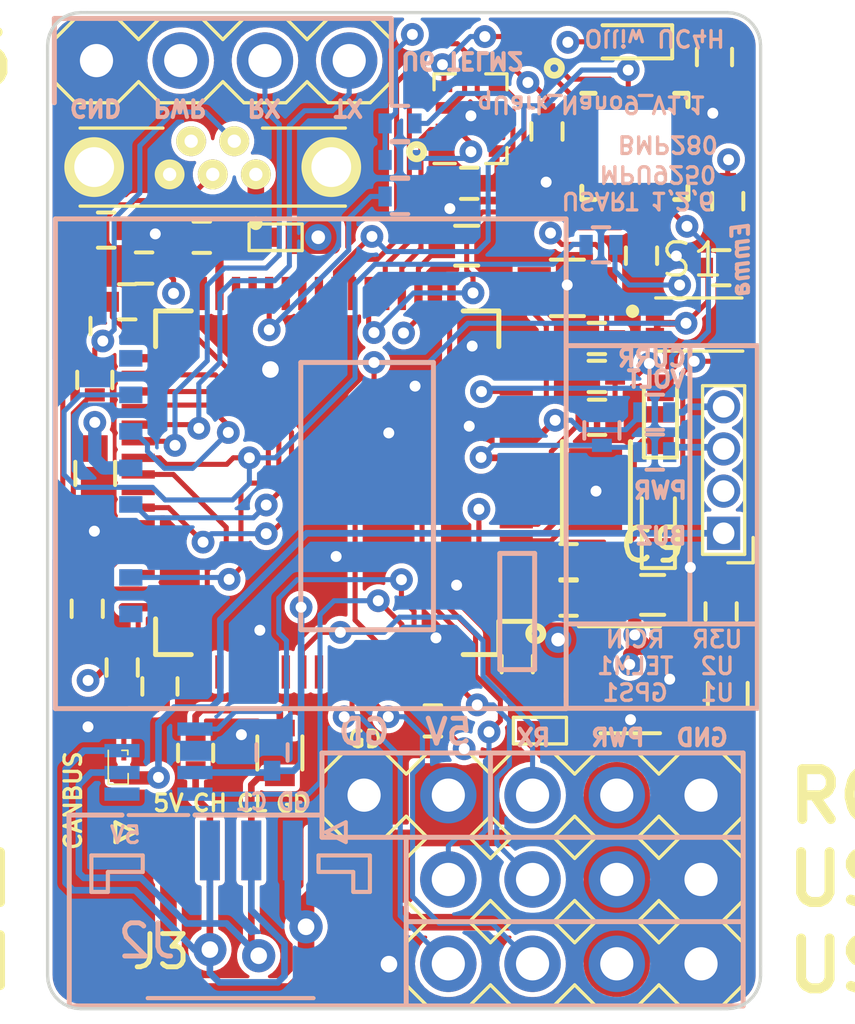
<source format=kicad_pcb>
(kicad_pcb (version 20171130) (host pcbnew "(5.1.2-30-g128cdca06)-1")
  (layers (0 F.Cu signal) (1 In1.Cu signal) (2 In2.Cu power) (31 B.Cu signal) (34 B.Paste user hide) (35 F.Paste user hide) (36 B.SilkS user hide) (37 F.SilkS user hide) (38 B.Mask user hide) (39 F.Mask user hide) (44 Edge.Cuts user))
  (net 0 "")
  (net 1 GND)
  (net 2 "Net-(C1-Pad1)")
  (net 3 "Net-(C2-Pad1)")
  (net 4 VCC)
  (net 5 BOOT1)
  (net 6 "Net-(U2-Pad52)")
  (net 7 "Net-(U2-Pad51)")
  (net 8 "Net-(U2-Pad50)")
  (net 9 "Net-(U2-Pad49)")
  (net 10 "Net-(U2-Pad46)")
  (net 11 "Net-(U2-Pad41)")
  (net 12 "Net-(U2-Pad33)")
  (net 13 "Net-(U2-Pad30)")
  (net 14 "Net-(U2-Pad29)")
  (net 15 "Net-(U2-Pad27)")
  (net 16 "Net-(U2-Pad25)")
  (net 17 "Net-(U2-Pad15)")
  (net 18 "Net-(U2-Pad9)")
  (net 19 "Net-(U2-Pad8)")
  (net 20 NRST)
  (net 21 "Net-(U2-Pad6)")
  (net 22 "Net-(U2-Pad5)")
  (net 23 "Net-(U2-Pad4)")
  (net 24 BLUE)
  (net 25 RED)
  (net 26 "Net-(U1-Pad7)")
  (net 27 SDCARD_CS)
  (net 28 MISO1)
  (net 29 SCK1)
  (net 30 MOSI1)
  (net 31 "Net-(C8-Pad1)")
  (net 32 "Net-(J1-Pad1)")
  (net 33 "Net-(J1-Pad8)")
  (net 34 USBDP)
  (net 35 USBDM)
  (net 36 RX1)
  (net 37 TX1)
  (net 38 "Net-(D2-Pad1)")
  (net 39 BMP280_CS)
  (net 40 "Net-(D1-Pad1)")
  (net 41 TX2)
  (net 42 RX2)
  (net 43 RCIN)
  (net 44 "Net-(J10-Pad4)")
  (net 45 USBDM1)
  (net 46 USBDP1)
  (net 47 +5V_MIX)
  (net 48 MOSI2)
  (net 49 SCK2)
  (net 50 MISO2)
  (net 51 "Net-(FB1-Pad2)")
  (net 52 BUZZER)
  (net 53 COIL)
  (net 54 SERVO_PWR)
  (net 55 CURR)
  (net 56 VOLT)
  (net 57 BOOT1_PD)
  (net 58 "Net-(Q1-Pad1)")
  (net 59 VOLTO)
  (net 60 "Net-(R15-Pad1)")
  (net 61 "Net-(U2-Pad54)")
  (net 62 "Net-(U2-Pad53)")
  (net 63 RX6)
  (net 64 TX6)
  (net 65 VBUS_O)
  (net 66 VBUS)
  (net 67 "Net-(C4-Pad2)")
  (net 68 "Net-(U1-Pad21)")
  (net 69 MPU9250_CS)
  (net 70 INT_MPU9250)
  (net 71 CANH)
  (net 72 CANL)
  (net 73 "Net-(R12-Pad1)")
  (net 74 CAN1_TX)
  (net 75 CAN1_RX)
  (net 76 "Net-(U2-Pad57)")
  (net 77 "Net-(U2-Pad56)")
  (net 78 "Net-(U2-Pad43)")
  (net 79 "Net-(U2-Pad26)")
  (net 80 "Net-(U5-Pad5)")
  (net 81 "Net-(D3-Pad1)")
  (module "Kicad Library:RES_0402" (layer B.Cu) (at 151.7 92.9 180)
    (fp_text reference R10)
    (fp_text value 0402_10K)
    (pad 1 smd rect (at -0.45 0 180) (size 0.4 0.6) (layers B.Cu B.Paste B.Mask) (net 4 VCC))
    (pad 2 smd rect (at 0.45 0 180) (size 0.4 0.6) (layers B.Cu B.Paste B.Mask) (net 27 SDCARD_CS))
  )
  (module "Kicad Library:RES_0402" (layer B.Cu) (at 145.6381 89.2429)
    (fp_text reference R11)
    (fp_text value 0402_10K)
    (pad 1 smd rect (at -0.45 0) (size 0.4 0.6) (layers B.Cu B.Paste B.Mask) (net 4 VCC))
    (pad 2 smd rect (at 0.45 0) (size 0.4 0.6) (layers B.Cu B.Paste B.Mask) (net 69 MPU9250_CS))
  )
  (module "Kicad Library:RES_0402" (layer B.Cu) (at 145.6381 90.3429)
    (fp_text reference R9)
    (fp_text value 0402_10K)
    (pad 1 smd rect (at -0.45 0) (size 0.4 0.6) (layers B.Cu B.Paste B.Mask) (net 4 VCC))
    (pad 2 smd rect (at 0.45 0) (size 0.4 0.6) (layers B.Cu B.Paste B.Mask) (net 39 BMP280_CS))
  )
  (module "Kicad Library:RES_0402" (layer B.Cu) (at 145.6381 91.4429)
    (fp_text reference R8)
    (fp_text value 0402_10K)
    (pad 1 smd rect (at -0.45 0) (size 0.4 0.6) (layers B.Cu B.Paste B.Mask) (net 57 BOOT1_PD))
    (pad 2 smd rect (at 0.45 0) (size 0.4 0.6) (layers B.Cu B.Paste B.Mask) (net 1 GND))
  )
  (module "Kicad Library:RES_0402" (layer F.Cu) (at 151.58 98.0948 180)
    (fp_text reference R1)
    (fp_text value 0402_10K)
    (pad 1 smd rect (at -0.45 0 180) (size 0.4 0.6) (layers F.Cu F.Paste F.Mask) (net 4 VCC))
    (pad 2 smd rect (at 0.45 0 180) (size 0.4 0.6) (layers F.Cu F.Paste F.Mask) (net 20 NRST))
  )
  (module "Kicad Library:RES_0402" (layer F.Cu) (at 136.779 92.456 180)
    (fp_text reference R19)
    (fp_text value 0402_2K)
    (pad 1 smd rect (at -0.45 0 180) (size 0.4 0.6) (layers F.Cu F.Paste F.Mask) (net 66 VBUS))
    (pad 2 smd rect (at 0.45 0 180) (size 0.4 0.6) (layers F.Cu F.Paste F.Mask) (net 65 VBUS_O))
  )
  (module "Kicad Library:RES_0402" (layer F.Cu) (at 137.414 94.615 180)
    (fp_text reference R18)
    (fp_text value 0402_2K)
    (pad 1 smd rect (at -0.45 0 180) (size 0.4 0.6) (layers F.Cu F.Paste F.Mask) (net 1 GND))
    (pad 2 smd rect (at 0.45 0 180) (size 0.4 0.6) (layers F.Cu F.Paste F.Mask) (net 65 VBUS_O))
  )
  (module "Kicad Library:RES_0402" (layer F.Cu) (at 135.7757 95.3461 90)
    (fp_text reference R6)
    (fp_text value 0402_22R)
    (pad 1 smd rect (at -0.45 0 90) (size 0.4 0.6) (layers F.Cu F.Paste F.Mask) (net 46 USBDP1))
    (pad 2 smd rect (at 0.45 0 90) (size 0.4 0.6) (layers F.Cu F.Paste F.Mask) (net 34 USBDP))
  )
  (module "Kicad Library:RES_0402" (layer F.Cu) (at 136.4361 96.97 90)
    (fp_text reference R7)
    (fp_text value 0402_22R)
    (pad 1 smd rect (at -0.45 0 90) (size 0.4 0.6) (layers F.Cu F.Paste F.Mask) (net 45 USBDM1))
    (pad 2 smd rect (at 0.45 0 90) (size 0.4 0.6) (layers F.Cu F.Paste F.Mask) (net 35 USBDM))
  )
  (module "Kicad Library:RES_0402" (layer B.Cu) (at 151.7269 98.4885 90)
    (fp_text reference R14)
    (fp_text value 0402_1K1)
    (pad 1 smd rect (at -0.45 0 90) (size 0.4 0.6) (layers B.Cu B.Paste B.Mask) (net 59 VOLTO))
    (pad 2 smd rect (at 0.45 0 90) (size 0.4 0.6) (layers B.Cu B.Paste B.Mask) (net 1 GND))
  )
  (module "Kicad Library:RES_0402" (layer F.Cu) (at 155.3269 93.5885)
    (fp_text reference R5)
    (fp_text value 0402_10K)
    (pad 1 smd rect (at -0.45 0) (size 0.4 0.6) (layers F.Cu F.Paste F.Mask) (net 5 BOOT1))
    (pad 2 smd rect (at 0.45 0) (size 0.4 0.6) (layers F.Cu F.Paste F.Mask) (net 1 GND))
  )
  (module "Kicad Library:CAP_0603" (layer F.Cu) (at 155.5216 106.4424 90)
    (fp_text reference C7)
    (fp_text value 0603_100nF_X7R)
    (pad 2 smd rect (at 0.75 0 90) (size 0.8 0.75) (layers F.Cu F.Paste F.Mask) (net 1 GND))
    (pad 1 smd rect (at -0.75 0 90) (size 0.8 0.75) (layers F.Cu F.Paste F.Mask) (net 47 +5V_MIX))
  )
  (module "Kicad Library:CAP_0603" (layer F.Cu) (at 153.255801 103.4424)
    (fp_text reference C9 (at 0 -1.5) (layer F.SilkS))
    (fp_text value 0603_100nF_X7R)
    (pad 2 smd rect (at 0.75 0) (size 0.8 0.75) (layers F.Cu F.Paste F.Mask) (net 1 GND))
    (pad 1 smd rect (at -0.75 0) (size 0.8 0.75) (layers F.Cu F.Paste F.Mask) (net 4 VCC))
  )
  (module "Kicad Library:CAP_0402" (layer F.Cu) (at 155.3216 103.9424 90)
    (fp_text reference C8)
    (fp_text value 0402_10nF_X5R)
    (pad 1 smd rect (at -0.55 0 90) (size 0.6 0.5) (layers F.Cu F.Paste F.Mask) (net 31 "Net-(C8-Pad1)"))
    (pad 2 smd rect (at 0.55 0 90) (size 0.6 0.5) (layers F.Cu F.Paste F.Mask) (net 1 GND))
  )
  (module "Kicad Library:RES_0402" (layer F.Cu) (at 150.7216 102.4424 180)
    (fp_text reference R3)
    (fp_text value 0402_330R)
    (pad 1 smd rect (at -0.45 0 180) (size 0.4 0.6) (layers F.Cu F.Paste F.Mask) (net 38 "Net-(D2-Pad1)"))
    (pad 2 smd rect (at 0.45 0 180) (size 0.4 0.6) (layers F.Cu F.Paste F.Mask) (net 24 BLUE))
  )
  (module "Kicad Library:RES_0402" (layer F.Cu) (at 150.7216 103.5424 180)
    (fp_text reference R2)
    (fp_text value 0402_330R)
    (pad 1 smd rect (at -0.45 0 180) (size 0.4 0.6) (layers F.Cu F.Paste F.Mask) (net 40 "Net-(D1-Pad1)"))
    (pad 2 smd rect (at 0.45 0 180) (size 0.4 0.6) (layers F.Cu F.Paste F.Mask) (net 25 RED))
  )
  (module "Kicad Library:RES_0402" (layer F.Cu) (at 155.1216 87.2424 270)
    (fp_text reference R4)
    (fp_text value 0402_330R)
    (pad 1 smd rect (at -0.45 0 270) (size 0.4 0.6) (layers F.Cu F.Paste F.Mask) (net 81 "Net-(D3-Pad1)"))
    (pad 2 smd rect (at 0.45 0 270) (size 0.4 0.6) (layers F.Cu F.Paste F.Mask) (net 1 GND))
  )
  (module "Kicad Library:RES_0402" (layer B.Cu) (at 153.3216 97.9424)
    (fp_text reference R15)
    (fp_text value 0402_1K)
    (pad 1 smd rect (at -0.45 0) (size 0.4 0.6) (layers B.Cu B.Paste B.Mask) (net 60 "Net-(R15-Pad1)"))
    (pad 2 smd rect (at 0.45 0) (size 0.4 0.6) (layers B.Cu B.Paste B.Mask) (net 55 CURR))
  )
  (module "Kicad Library:RES_0402" (layer B.Cu) (at 153.3216 99.1424)
    (fp_text reference R16)
    (fp_text value 0402_9K1)
    (pad 1 smd rect (at -0.45 0) (size 0.4 0.6) (layers B.Cu B.Paste B.Mask) (net 59 VOLTO))
    (pad 2 smd rect (at 0.45 0) (size 0.4 0.6) (layers B.Cu B.Paste B.Mask) (net 56 VOLT))
  )
  (module "Kicad Library:RES_0402" (layer F.Cu) (at 138.4 106.2 90)
    (fp_text reference R17)
    (fp_text value 0402_2K)
    (pad 1 smd rect (at -0.45 0 90) (size 0.4 0.6) (layers F.Cu F.Paste F.Mask) (net 58 "Net-(Q1-Pad1)"))
    (pad 2 smd rect (at 0.45 0 90) (size 0.4 0.6) (layers F.Cu F.Paste F.Mask) (net 52 BUZZER))
  )
  (module "Kicad Library:EVPBB2A9B000" (layer F.Cu) (at 154.4 95.3)
    (fp_text reference S1 (at 0.049998 -1.949922) (layer F.SilkS) (effects (font (thickness 0.1))))
    (fp_text value EVPBB2A9B000)
    (pad 2 smd rect (at 1.575 -0.375 90) (size 0.55 0.55) (layers F.Cu F.Paste F.Mask) (net 4 VCC))
    (pad 4 smd rect (at 1.575 0.375 90) (size 0.55 0.55) (layers F.Cu F.Paste F.Mask) (net 4 VCC))
    (pad 3 smd rect (at -1.075 0.375 90) (size 0.55 0.55) (layers F.Cu F.Paste F.Mask) (net 5 BOOT1))
    (pad 1 smd rect (at -1.075 -0.375 90) (size 0.55 0.55) (layers F.Cu F.Paste F.Mask) (net 5 BOOT1))
  )
  (module "Kicad Library:JST_GH_SM04B-GHS-TB_RA" (layer F.Cu) (at 140.530801 112.739)
    (fp_text reference J3 (at -2.1 1.45) (layer F.SilkS))
    (fp_text value JST_GH_4_BRD)
    (pad 1 smd rect (at -1.875 -1.6) (size 0.6 1.8) (layers F.Cu F.Paste F.Mask) (net 54 SERVO_PWR))
    (pad 2 smd rect (at -0.625 -1.6) (size 0.6 1.8) (layers F.Cu F.Paste F.Mask) (net 71 CANH))
    (pad 3 smd rect (at 0.625 -1.6) (size 0.6 1.8) (layers F.Cu F.Paste F.Mask) (net 72 CANL))
    (pad 4 smd rect (at 1.875 -1.6) (size 0.6 1.8) (layers F.Cu F.Paste F.Mask) (net 1 GND))
    (pad 6 smd rect (at 3.6 1.6) (size 1 2.8) (layers F.Cu F.Paste F.Mask) (net 1 GND))
    (pad 5 smd rect (at -3.6 1.6) (size 1 2.8) (layers F.Cu F.Paste F.Mask) (net 1 GND))
  )
  (module "Kicad Library:JST_GH_SM04B-GHS-TB_RA" (layer B.Cu) (at 140.530801 112.739 180)
    (fp_text reference J2 (at 2.525 -1.125 180) (layer B.SilkS) (effects (justify mirror)))
    (fp_text value JST_GH_4_BRD)
    (pad 1 smd rect (at -1.875 1.6 180) (size 0.6 1.8) (layers B.Cu B.Paste B.Mask) (net 54 SERVO_PWR))
    (pad 2 smd rect (at -0.625 1.6 180) (size 0.6 1.8) (layers B.Cu B.Paste B.Mask) (net 71 CANH))
    (pad 3 smd rect (at 0.625 1.6 180) (size 0.6 1.8) (layers B.Cu B.Paste B.Mask) (net 72 CANL))
    (pad 4 smd rect (at 1.875 1.6 180) (size 0.6 1.8) (layers B.Cu B.Paste B.Mask) (net 1 GND))
    (pad 6 smd rect (at 3.6 -1.6 180) (size 1 2.8) (layers B.Cu B.Paste B.Mask) (net 1 GND))
    (pad 5 smd rect (at -3.6 -1.6 180) (size 1 2.8) (layers B.Cu B.Paste B.Mask) (net 1 GND))
  )
  (module "Kicad Library:Pin_Header_Straight_1x02_Pitch2.54mm" (layer F.Cu) (at 144.555801 109.474 90)
    (fp_text reference J8)
    (fp_text value Pin_Header_Straight_1x02_Pitch2.54mm)
    (pad 1 thru_hole rect (at 0 0 90) (size 1.7 1.7) (drill 1) (layers *.Cu *.Mask) (net 1 GND))
    (pad 2 thru_hole oval (at 0 2.54 90) (size 1.7 1.7) (drill 1) (layers *.Cu *.Mask) (net 54 SERVO_PWR))
  )
  (module "Kicad Library:Pin_Header_Straight_1x03_Pitch2.54mm" (layer F.Cu) (at 154.715801 109.474 270)
    (fp_text reference J5)
    (fp_text value PIN_2.54x3_VRT)
    (pad 1 thru_hole rect (at 0 0 270) (size 1.7 1.7) (drill 1) (layers *.Cu *.Mask) (net 1 GND))
    (pad 2 thru_hole oval (at 0 2.54 270) (size 1.7 1.7) (drill 1) (layers *.Cu *.Mask) (net 54 SERVO_PWR))
    (pad 3 thru_hole oval (at 0 5.08 270) (size 1.7 1.7) (drill 1) (layers *.Cu *.Mask) (net 43 RCIN))
  )
  (module "Kicad Library:CONN_1.27_4" (layer F.Cu) (at 155.3972 99.6823 180)
    (fp_text reference J4)
    (fp_text value CONN_1.27_4)
    (pad 4 thru_hole oval (at 0 1.905 180) (size 1 1) (drill 0.65) (layers *.Cu *.Mask) (net 55 CURR))
    (pad 3 thru_hole oval (at 0 0.635 180) (size 1 1) (drill 0.65) (layers *.Cu *.Mask) (net 56 VOLT))
    (pad 2 thru_hole oval (at 0 -0.635 180) (size 1 1) (drill 0.65) (layers *.Cu *.Mask) (net 54 SERVO_PWR))
    (pad 1 thru_hole rect (at 0 -1.905 180) (size 1 1) (drill 0.65) (layers *.Cu *.Mask) (net 53 COIL))
  )
  (module TO_SOT_Packages_SMD:SOT-23-8 (layer B.Cu) (at 138.355801 108.464 180)
    (fp_text reference U5)
    (fp_text value MAX3051)
    (pad 1 smd rect (at -1.1 0.98 180) (size 1.06 0.4) (layers B.Cu B.Paste B.Mask) (net 74 CAN1_TX))
    (pad 2 smd rect (at -1.1 0.33 180) (size 1.06 0.4) (layers B.Cu B.Paste B.Mask) (net 1 GND))
    (pad 3 smd rect (at -1.1 -0.33 180) (size 1.06 0.4) (layers B.Cu B.Paste B.Mask) (net 4 VCC))
    (pad 4 smd rect (at -1.1 -0.98 180) (size 1.06 0.4) (layers B.Cu B.Paste B.Mask) (net 75 CAN1_RX))
    (pad 5 smd rect (at 1.1 -0.98 180) (size 1.06 0.4) (layers B.Cu B.Paste B.Mask) (net 80 "Net-(U5-Pad5)"))
    (pad 6 smd rect (at 1.1 -0.33 180) (size 1.06 0.4) (layers B.Cu B.Paste B.Mask) (net 72 CANL))
    (pad 7 smd rect (at 1.1 0.33 180) (size 1.06 0.4) (layers B.Cu B.Paste B.Mask) (net 71 CANH))
    (pad 8 smd rect (at 1.1 0.98 180) (size 1.06 0.4) (layers B.Cu B.Paste B.Mask) (net 1 GND))
  )
  (module "Kicad Library:RES_0402" (layer F.Cu) (at 139.475801 108.204 90)
    (fp_text reference R13)
    (fp_text value 0402_0R)
    (pad 1 smd rect (at -0.45 0 90) (size 0.4 0.6) (layers F.Cu F.Paste F.Mask) (net 71 CANH))
    (pad 2 smd rect (at 0.45 0 90) (size 0.4 0.6) (layers F.Cu F.Paste F.Mask) (net 73 "Net-(R12-Pad1)"))
  )
  (module "Kicad Library:RES_0603" (layer F.Cu) (at 142.015801 108.204 270)
    (fp_text reference R12)
    (fp_text value 0603_120R)
    (pad 1 smd rect (at -0.75 0 270) (size 0.5 0.9) (layers F.Cu F.Paste F.Mask) (net 73 "Net-(R12-Pad1)"))
    (pad 2 smd rect (at 0.75 0 270) (size 0.5 0.9) (layers F.Cu F.Paste F.Mask) (net 72 CANL))
  )
  (module "Kicad Library:CAP_0402" (layer B.Cu) (at 141.780801 108.189 90)
    (fp_text reference C18)
    (fp_text value 0402_100nF_X5R)
    (pad 1 smd rect (at -0.55 0 90) (size 0.6 0.5) (layers B.Cu B.Paste B.Mask) (net 4 VCC))
    (pad 2 smd rect (at 0.55 0 90) (size 0.6 0.5) (layers B.Cu B.Paste B.Mask) (net 1 GND))
  )
  (module "Kicad Library:SDM1U20CSP-7" (layer F.Cu) (at 142.1384 92.6719 180)
    (fp_text reference D4)
    (fp_text value SDM1U20CSP-7)
    (pad 2 smd rect (at 0.51998 0 270) (size 0.58 0.84) (layers F.Cu F.Paste F.Mask) (net 66 VBUS))
    (pad 1 smd rect (at -0.259996 0 270) (size 0.58 0.304) (layers F.Cu F.Paste F.Mask) (net 47 +5V_MIX))
  )
  (module "Kicad Library:SDM1U20CSP-7" (layer F.Cu) (at 150.108004 107.5309 180)
    (fp_text reference D5)
    (fp_text value SDM1U20CSP-7)
    (pad 2 smd rect (at 0.51998 0 270) (size 0.58 0.84) (layers F.Cu F.Paste F.Mask) (net 54 SERVO_PWR))
    (pad 1 smd rect (at -0.259996 0 270) (size 0.58 0.304) (layers F.Cu F.Paste F.Mask) (net 47 +5V_MIX))
  )
  (module "Kicad Library:Pin_Header_Straight_1x04_Pitch2.54mm" (layer F.Cu) (at 154.715801 112.014 270)
    (fp_text reference J7)
    (fp_text value PIN_2.54x4_VRT)
    (pad 1 thru_hole rect (at 0 0 270) (size 1.7 1.7) (drill 1) (layers *.Cu *.Mask) (net 1 GND))
    (pad 2 thru_hole oval (at 0 2.54 270) (size 1.7 1.7) (drill 1) (layers *.Cu *.Mask) (net 54 SERVO_PWR))
    (pad 3 thru_hole oval (at 0 5.08 270) (size 1.7 1.7) (drill 1) (layers *.Cu *.Mask) (net 42 RX2))
    (pad 4 thru_hole oval (at 0 7.62 270) (size 1.7 1.7) (drill 1) (layers *.Cu *.Mask) (net 41 TX2))
  )
  (module "Kicad Library:Pin_Header_Straight_1x04_Pitch2.54mm" (layer F.Cu) (at 154.715801 114.554 270)
    (fp_text reference J6)
    (fp_text value PIN_2.54x4_VRT)
    (pad 1 thru_hole rect (at 0 0 270) (size 1.7 1.7) (drill 1) (layers *.Cu *.Mask) (net 1 GND))
    (pad 2 thru_hole oval (at 0 2.54 270) (size 1.7 1.7) (drill 1) (layers *.Cu *.Mask) (net 54 SERVO_PWR))
    (pad 3 thru_hole oval (at 0 5.08 270) (size 1.7 1.7) (drill 1) (layers *.Cu *.Mask) (net 36 RX1))
    (pad 4 thru_hole oval (at 0 7.62 270) (size 1.7 1.7) (drill 1) (layers *.Cu *.Mask) (net 37 TX1))
  )
  (module "Kicad Library:Pin_Header_Straight_1x04_Pitch2.54mm" (layer F.Cu) (at 136.4869 87.3506 90)
    (fp_text reference J9)
    (fp_text value PIN_2.54x4_VRT)
    (pad 1 thru_hole rect (at 0 0 90) (size 1.7 1.7) (drill 1) (layers *.Cu *.Mask) (net 1 GND))
    (pad 2 thru_hole oval (at 0 2.54 90) (size 1.7 1.7) (drill 1) (layers *.Cu *.Mask) (net 54 SERVO_PWR))
    (pad 3 thru_hole oval (at 0 5.08 90) (size 1.7 1.7) (drill 1) (layers *.Cu *.Mask) (net 63 RX6))
    (pad 4 thru_hole oval (at 0 7.62 90) (size 1.7 1.7) (drill 1) (layers *.Cu *.Mask) (net 64 TX6))
  )
  (module "Kicad Library:CAP_0402" (layer F.Cu) (at 150.070801 89.485201 270)
    (fp_text reference C5)
    (fp_text value 0402_10nF_X5R)
    (pad 1 smd rect (at -0.55 0 270) (size 0.6 0.5) (layers F.Cu F.Paste F.Mask) (net 4 VCC))
    (pad 2 smd rect (at 0.55 0 270) (size 0.6 0.5) (layers F.Cu F.Paste F.Mask) (net 1 GND))
  )
  (module "Kicad Library:CAP_0402" (layer F.Cu) (at 152.920801 93.2268 90)
    (fp_text reference C4)
    (fp_text value 0402_100nF_X5R)
    (pad 1 smd rect (at -0.55 0 90) (size 0.6 0.5) (layers F.Cu F.Paste F.Mask) (net 1 GND))
    (pad 2 smd rect (at 0.55 0 90) (size 0.6 0.5) (layers F.Cu F.Paste F.Mask) (net 67 "Net-(C4-Pad2)"))
  )
  (module "Kicad Library:MPU9250" (layer F.Cu) (at 152.720801 89.935201)
    (fp_text reference U1)
    (fp_text value MPU9250)
    (pad 24 smd roundrect (at -1 -1.5 90) (size 0.55 0.2) (layers F.Cu F.Paste F.Mask) (net 30 MOSI1))
    (pad 23 smd roundrect (at -0.6 -1.5 90) (size 0.55 0.2) (layers F.Cu F.Paste F.Mask) (net 29 SCK1))
    (pad 22 smd roundrect (at -0.2 -1.5 90) (size 0.55 0.2) (layers F.Cu F.Paste F.Mask) (net 69 MPU9250_CS))
    (pad 21 smd roundrect (at 0.2 -1.5 90) (size 0.55 0.2) (layers F.Cu F.Paste F.Mask) (net 68 "Net-(U1-Pad21)"))
    (pad 20 smd roundrect (at 0.6 -1.5 90) (size 0.55 0.2) (layers F.Cu F.Paste F.Mask) (net 1 GND))
    (pad 19 smd roundrect (at 1 -1.5 90) (size 0.55 0.2) (layers F.Cu F.Paste F.Mask))
    (pad 18 smd roundrect (at 1.5 -1) (size 0.55 0.2) (layers F.Cu F.Paste F.Mask) (net 1 GND))
    (pad 17 smd roundrect (at 1.5 -0.6) (size 0.55 0.2) (layers F.Cu F.Paste F.Mask))
    (pad 16 smd roundrect (at 1.5 -0.2) (size 0.55 0.2) (layers F.Cu F.Paste F.Mask))
    (pad 15 smd roundrect (at 1.5 0.2) (size 0.55 0.2) (layers F.Cu F.Paste F.Mask))
    (pad 14 smd roundrect (at 1.5 0.6) (size 0.55 0.2) (layers F.Cu F.Paste F.Mask))
    (pad 13 smd roundrect (at 1.5 1) (size 0.55 0.2) (layers F.Cu F.Paste F.Mask) (net 4 VCC))
    (pad 12 smd roundrect (at 1 1.5 90) (size 0.55 0.2) (layers F.Cu F.Paste F.Mask) (net 70 INT_MPU9250))
    (pad 11 smd roundrect (at 0.6 1.5 90) (size 0.55 0.2) (layers F.Cu F.Paste F.Mask) (net 1 GND))
    (pad 10 smd roundrect (at 0.2 1.5 90) (size 0.55 0.2) (layers F.Cu F.Paste F.Mask) (net 67 "Net-(C4-Pad2)"))
    (pad 9 smd roundrect (at -0.2 1.5 90) (size 0.55 0.2) (layers F.Cu F.Paste F.Mask) (net 28 MISO1))
    (pad 8 smd roundrect (at -0.6 1.5 90) (size 0.55 0.2) (layers F.Cu F.Paste F.Mask) (net 4 VCC))
    (pad 7 smd roundrect (at -1 1.5 90) (size 0.55 0.2) (layers F.Cu F.Paste F.Mask) (net 26 "Net-(U1-Pad7)"))
    (pad 6 smd roundrect (at -1.5 1) (size 0.55 0.2) (layers F.Cu F.Paste F.Mask))
    (pad 5 smd roundrect (at -1.5 0.6) (size 0.55 0.2) (layers F.Cu F.Paste F.Mask))
    (pad 4 smd roundrect (at -1.5 0.2) (size 0.55 0.2) (layers F.Cu F.Paste F.Mask))
    (pad 3 smd roundrect (at -1.5 -0.2) (size 0.55 0.2) (layers F.Cu F.Paste F.Mask))
    (pad 2 smd roundrect (at -1.5 -0.6) (size 0.55 0.2) (layers F.Cu F.Paste F.Mask))
    (pad 1 smd roundrect (at -1.5 -1) (size 0.55 0.2) (layers F.Cu F.Paste F.Mask) (net 4 VCC))
  )
  (module "Kicad Library:CAP_0402" (layer F.Cu) (at 151.5745 96.8629 180)
    (fp_text reference C6)
    (fp_text value 0402_100nF_X5R)
    (pad 1 smd rect (at -0.55 0 180) (size 0.6 0.5) (layers F.Cu F.Paste F.Mask) (net 4 VCC))
    (pad 2 smd rect (at 0.55 0 180) (size 0.6 0.5) (layers F.Cu F.Paste F.Mask) (net 1 GND))
  )
  (module "Kicad Library:WURTH_USB_VRT" (layer F.Cu) (at 139.9921 90.8431 180)
    (fp_text reference J10)
    (fp_text value USB_A_VRT_WURTH hide)
    (pad 7 thru_hole circle (at 3.575 0.285 270) (size 1.8 1.8) (drill 1.2) (layers *.Cu *.Mask F.SilkS) (net 1 GND))
    (pad 6 thru_hole circle (at -3.575 0.285 270) (size 1.8 1.8) (drill 1.2) (layers *.Cu *.Mask F.SilkS) (net 1 GND))
    (pad 5 thru_hole circle (at 1.3 0.065 270) (size 0.9 0.9) (drill 0.4) (layers *.Cu *.Mask F.SilkS) (net 1 GND))
    (pad 4 thru_hole circle (at 0.65 1.065 270) (size 0.9 0.9) (drill 0.4) (layers *.Cu *.Mask F.SilkS) (net 44 "Net-(J10-Pad4)"))
    (pad 3 thru_hole circle (at 0 0.065 270) (size 0.9 0.9) (drill 0.4) (layers *.Cu *.Mask F.SilkS) (net 34 USBDP))
    (pad 2 thru_hole circle (at -0.65 1.065 270) (size 0.9 0.9) (drill 0.4) (layers *.Cu *.Mask F.SilkS) (net 35 USBDM))
    (pad 1 thru_hole circle (at -1.3 0.065 270) (size 0.9 0.9) (drill 0.4) (layers *.Cu *.Mask F.SilkS) (net 66 VBUS))
  )
  (module "Kicad Library:CAP_0402" (layer F.Cu) (at 139.6619 92.6719 180)
    (fp_text reference C1)
    (fp_text value 0402_2.2uF_X5R)
    (pad 1 smd rect (at -0.55 0 180) (size 0.6 0.5) (layers F.Cu F.Paste F.Mask) (net 2 "Net-(C1-Pad1)"))
    (pad 2 smd rect (at 0.55 0 180) (size 0.6 0.5) (layers F.Cu F.Paste F.Mask) (net 1 GND))
  )
  (module "Kicad Library:CAP_0402" (layer F.Cu) (at 136.2075 103.8606 270)
    (fp_text reference C2)
    (fp_text value 0402_2.2uF_X5R)
    (pad 1 smd rect (at -0.55 0 270) (size 0.6 0.5) (layers F.Cu F.Paste F.Mask) (net 3 "Net-(C2-Pad1)"))
    (pad 2 smd rect (at 0.55 0 270) (size 0.6 0.5) (layers F.Cu F.Paste F.Mask) (net 1 GND))
  )
  (module "Kicad Library:CAP_0402" (layer F.Cu) (at 155.520801 91.585201 270)
    (fp_text reference C3)
    (fp_text value 0402_100nF_X5R)
    (pad 1 smd rect (at -0.55 0 270) (size 0.6 0.5) (layers F.Cu F.Paste F.Mask) (net 4 VCC))
    (pad 2 smd rect (at 0.55 0 270) (size 0.6 0.5) (layers F.Cu F.Paste F.Mask) (net 1 GND))
  )
  (module "Kicad Library:STM32F405RGT6" (layer F.Cu) (at 143.4442 100.0654 180)
    (fp_text reference U2)
    (fp_text value STM32F405RGT6)
    (pad 1 smd rect (at -5.7 -3.75 180) (size 1 0.25) (layers F.Cu F.Paste F.Mask) (net 4 VCC))
    (pad 2 smd rect (at -5.7 -3.25 180) (size 1 0.25) (layers F.Cu F.Paste F.Mask) (net 25 RED))
    (pad 3 smd rect (at -5.7 -2.75 180) (size 1 0.25) (layers F.Cu F.Paste F.Mask) (net 24 BLUE))
    (pad 4 smd rect (at -5.7 -2.25 180) (size 1 0.25) (layers F.Cu F.Paste F.Mask) (net 23 "Net-(U2-Pad4)"))
    (pad 5 smd rect (at -5.7 -1.75 180) (size 1 0.25) (layers F.Cu F.Paste F.Mask) (net 22 "Net-(U2-Pad5)"))
    (pad 6 smd rect (at -5.7 -1.25 180) (size 1 0.25) (layers F.Cu F.Paste F.Mask) (net 21 "Net-(U2-Pad6)"))
    (pad 7 smd rect (at -5.7 -0.75 180) (size 1 0.25) (layers F.Cu F.Paste F.Mask) (net 20 NRST))
    (pad 8 smd rect (at -5.7 -0.25 180) (size 1 0.25) (layers F.Cu F.Paste F.Mask) (net 19 "Net-(U2-Pad8)"))
    (pad 9 smd rect (at -5.7 0.25 180) (size 1 0.25) (layers F.Cu F.Paste F.Mask) (net 18 "Net-(U2-Pad9)"))
    (pad 10 smd rect (at -5.7 0.75 180) (size 1 0.25) (layers F.Cu F.Paste F.Mask) (net 59 VOLTO))
    (pad 11 smd rect (at -5.7 1.25 180) (size 1 0.25) (layers F.Cu F.Paste F.Mask) (net 60 "Net-(R15-Pad1)"))
    (pad 12 smd rect (at -5.7 1.75 180) (size 1 0.25) (layers F.Cu F.Paste F.Mask) (net 1 GND))
    (pad 13 smd rect (at -5.7 2.25 180) (size 1 0.25) (layers F.Cu F.Paste F.Mask) (net 51 "Net-(FB1-Pad2)"))
    (pad 14 smd rect (at -5.7 2.75 180) (size 1 0.25) (layers F.Cu F.Paste F.Mask) (net 70 INT_MPU9250))
    (pad 15 smd rect (at -5.7 3.25 180) (size 1 0.25) (layers F.Cu F.Paste F.Mask) (net 17 "Net-(U2-Pad15)"))
    (pad 16 smd rect (at -5.7 3.75 180) (size 1 0.25) (layers F.Cu F.Paste F.Mask) (net 41 TX2))
    (pad 17 smd rect (at -3.75 5.7 270) (size 1 0.25) (layers F.Cu F.Paste F.Mask) (net 42 RX2))
    (pad 18 smd rect (at -3.25 5.7 270) (size 1 0.25) (layers F.Cu F.Paste F.Mask) (net 1 GND))
    (pad 19 smd rect (at -2.75 5.7 270) (size 1 0.25) (layers F.Cu F.Paste F.Mask) (net 4 VCC))
    (pad 20 smd rect (at -2.25 5.7 270) (size 1 0.25) (layers F.Cu F.Paste F.Mask) (net 39 BMP280_CS))
    (pad 21 smd rect (at -1.75 5.7 270) (size 1 0.25) (layers F.Cu F.Paste F.Mask) (net 29 SCK1))
    (pad 22 smd rect (at -1.25 5.7 270) (size 1 0.25) (layers F.Cu F.Paste F.Mask) (net 28 MISO1))
    (pad 23 smd rect (at -0.75 5.7 270) (size 1 0.25) (layers F.Cu F.Paste F.Mask) (net 30 MOSI1))
    (pad 24 smd rect (at -0.25 5.7 270) (size 1 0.25) (layers F.Cu F.Paste F.Mask) (net 69 MPU9250_CS))
    (pad 25 smd rect (at 0.25 5.7 270) (size 1 0.25) (layers F.Cu F.Paste F.Mask) (net 16 "Net-(U2-Pad25)"))
    (pad 26 smd rect (at 0.75 5.7 270) (size 1 0.25) (layers F.Cu F.Paste F.Mask) (net 79 "Net-(U2-Pad26)"))
    (pad 27 smd rect (at 1.25 5.7 270) (size 1 0.25) (layers F.Cu F.Paste F.Mask) (net 15 "Net-(U2-Pad27)"))
    (pad 28 smd rect (at 1.75 5.7 270) (size 1 0.25) (layers F.Cu F.Paste F.Mask) (net 57 BOOT1_PD))
    (pad 29 smd rect (at 2.25 5.7 270) (size 1 0.25) (layers F.Cu F.Paste F.Mask) (net 14 "Net-(U2-Pad29)"))
    (pad 30 smd rect (at 2.75 5.7 270) (size 1 0.25) (layers F.Cu F.Paste F.Mask) (net 13 "Net-(U2-Pad30)"))
    (pad 31 smd rect (at 3.25 5.7 270) (size 1 0.25) (layers F.Cu F.Paste F.Mask) (net 2 "Net-(C1-Pad1)"))
    (pad 32 smd rect (at 3.75 5.7 270) (size 1 0.25) (layers F.Cu F.Paste F.Mask) (net 4 VCC))
    (pad 33 smd rect (at 5.7 3.75 180) (size 1 0.25) (layers F.Cu F.Paste F.Mask) (net 12 "Net-(U2-Pad33)"))
    (pad 34 smd rect (at 5.7 3.25 180) (size 1 0.25) (layers F.Cu F.Paste F.Mask) (net 49 SCK2))
    (pad 35 smd rect (at 5.7 2.75 180) (size 1 0.25) (layers F.Cu F.Paste F.Mask) (net 50 MISO2))
    (pad 36 smd rect (at 5.7 2.25 180) (size 1 0.25) (layers F.Cu F.Paste F.Mask) (net 48 MOSI2))
    (pad 37 smd rect (at 5.7 1.75 180) (size 1 0.25) (layers F.Cu F.Paste F.Mask) (net 64 TX6))
    (pad 38 smd rect (at 5.7 1.25 180) (size 1 0.25) (layers F.Cu F.Paste F.Mask) (net 63 RX6))
    (pad 39 smd rect (at 5.7 0.75 180) (size 1 0.25) (layers F.Cu F.Paste F.Mask) (net 27 SDCARD_CS))
    (pad 40 smd rect (at 5.7 0.25 180) (size 1 0.25) (layers F.Cu F.Paste F.Mask) (net 52 BUZZER))
    (pad 41 smd rect (at 5.7 -0.25 180) (size 1 0.25) (layers F.Cu F.Paste F.Mask) (net 11 "Net-(U2-Pad41)"))
    (pad 42 smd rect (at 5.7 -0.75 180) (size 1 0.25) (layers F.Cu F.Paste F.Mask) (net 65 VBUS_O))
    (pad 43 smd rect (at 5.7 -1.25 180) (size 1 0.25) (layers F.Cu F.Paste F.Mask) (net 78 "Net-(U2-Pad43)"))
    (pad 44 smd rect (at 5.7 -1.75 180) (size 1 0.25) (layers F.Cu F.Paste F.Mask) (net 45 USBDM1))
    (pad 45 smd rect (at 5.7 -2.25 180) (size 1 0.25) (layers F.Cu F.Paste F.Mask) (net 46 USBDP1))
    (pad 46 smd rect (at 5.7 -2.75 180) (size 1 0.25) (layers F.Cu F.Paste F.Mask) (net 10 "Net-(U2-Pad46)"))
    (pad 47 smd rect (at 5.7 -3.25 180) (size 1 0.25) (layers F.Cu F.Paste F.Mask) (net 3 "Net-(C2-Pad1)"))
    (pad 48 smd rect (at 5.7 -3.75 180) (size 1 0.25) (layers F.Cu F.Paste F.Mask) (net 4 VCC))
    (pad 49 smd rect (at 3.75 -5.7 270) (size 1 0.25) (layers F.Cu F.Paste F.Mask) (net 9 "Net-(U2-Pad49)"))
    (pad 50 smd rect (at 3.25 -5.7 270) (size 1 0.25) (layers F.Cu F.Paste F.Mask) (net 8 "Net-(U2-Pad50)"))
    (pad 51 smd rect (at 2.75 -5.7 270) (size 1 0.25) (layers F.Cu F.Paste F.Mask) (net 7 "Net-(U2-Pad51)"))
    (pad 52 smd rect (at 2.25 -5.7 270) (size 1 0.25) (layers F.Cu F.Paste F.Mask) (net 6 "Net-(U2-Pad52)"))
    (pad 53 smd rect (at 1.75 -5.7 270) (size 1 0.25) (layers F.Cu F.Paste F.Mask) (net 62 "Net-(U2-Pad53)"))
    (pad 54 smd rect (at 1.25 -5.7 270) (size 1 0.25) (layers F.Cu F.Paste F.Mask) (net 61 "Net-(U2-Pad54)"))
    (pad 55 smd rect (at 0.75 -5.7 270) (size 1 0.25) (layers F.Cu F.Paste F.Mask) (net 43 RCIN))
    (pad 56 smd rect (at 0.25 -5.7 270) (size 1 0.25) (layers F.Cu F.Paste F.Mask) (net 77 "Net-(U2-Pad56)"))
    (pad 57 smd rect (at -0.25 -5.7 270) (size 1 0.25) (layers F.Cu F.Paste F.Mask) (net 76 "Net-(U2-Pad57)"))
    (pad 58 smd rect (at -0.75 -5.7 270) (size 1 0.25) (layers F.Cu F.Paste F.Mask) (net 37 TX1))
    (pad 59 smd rect (at -1.25 -5.7 270) (size 1 0.25) (layers F.Cu F.Paste F.Mask) (net 36 RX1))
    (pad 60 smd rect (at -1.75 -5.7 270) (size 1 0.25) (layers F.Cu F.Paste F.Mask) (net 5 BOOT1))
    (pad 61 smd rect (at -2.25 -5.7 270) (size 1 0.25) (layers F.Cu F.Paste F.Mask) (net 75 CAN1_RX))
    (pad 62 smd rect (at -2.75 -5.7 270) (size 1 0.25) (layers F.Cu F.Paste F.Mask) (net 74 CAN1_TX))
    (pad 63 smd rect (at -3.25 -5.7 270) (size 1 0.25) (layers F.Cu F.Paste F.Mask) (net 1 GND))
    (pad 64 smd rect (at -3.75 -5.7 270) (size 1 0.25) (layers F.Cu F.Paste F.Mask) (net 4 VCC))
  )
  (module "Kicad Library:CSTCE16M0V53A-R0" (layer F.Cu) (at 151.5364 98.575126 90)
    (fp_text reference Y1)
    (fp_text value CSTCE16M0V53A-R0)
    (pad 1 smd rect (at -2.85 0 90) (size 0.4 1.6) (layers F.Cu F.Paste F.Mask) (net 22 "Net-(U2-Pad5)"))
    (pad 2 smd rect (at -1.74993 0 90) (size 0.4 1.6) (layers F.Cu F.Paste F.Mask) (net 1 GND))
    (pad 3 smd rect (at -0.649974 0 90) (size 0.4 1.6) (layers F.Cu F.Paste F.Mask) (net 21 "Net-(U2-Pad6)"))
  )
  (module "Kicad Library:RED_LED_0603" (layer F.Cu) (at 153.4287 101.3333 90)
    (fp_text reference D1)
    (fp_text value Red_LED_0402)
    (pad 2 smd rect (at 0.8 0 270) (size 0.8 0.8) (layers F.Cu F.Paste F.Mask) (net 4 VCC))
    (pad 1 smd rect (at -0.8 0 270) (size 0.8 0.8) (layers F.Cu F.Paste F.Mask) (net 40 "Net-(D1-Pad1)"))
  )
  (module "Kicad Library:BLUE_LED_0603" (layer F.Cu) (at 153.4922 98.0058 90)
    (fp_text reference D2)
    (fp_text value Blue_LED_0402)
    (pad 2 smd rect (at 0.8 0 270) (size 0.8 0.8) (layers F.Cu F.Paste F.Mask) (net 4 VCC))
    (pad 1 smd rect (at -0.8 0 270) (size 0.8 0.8) (layers F.Cu F.Paste F.Mask) (net 38 "Net-(D2-Pad1)"))
  )
  (module "Kicad Library:GREEN_LED_0603" (layer F.Cu) (at 152.545801 86.785201 180)
    (fp_text reference D3 hide)
    (fp_text value Green_LED_0402)
    (pad 2 smd rect (at 0.8 0) (size 0.8 0.8) (layers F.Cu F.Paste F.Mask) (net 4 VCC))
    (pad 1 smd rect (at -0.8 0) (size 0.8 0.8) (layers F.Cu F.Paste F.Mask) (net 81 "Net-(D3-Pad1)"))
  )
  (module "Kicad Library:REG113NA_3_3_250" (layer F.Cu) (at 152.5803 105.9991)
    (fp_text reference U3)
    (fp_text value REG113NA-3.3_250)
    (pad 1 smd rect (at -1.1 -0.95) (size 1.06 0.65) (layers F.Cu F.Paste F.Mask) (net 47 +5V_MIX))
    (pad 2 smd rect (at -1.1 0) (size 1.06 0.65) (layers F.Cu F.Paste F.Mask) (net 1 GND))
    (pad 3 smd rect (at -1.1 0.95) (size 1.06 0.65) (layers F.Cu F.Paste F.Mask) (net 47 +5V_MIX))
    (pad 4 smd rect (at 1.1 0.95) (size 1.06 0.65) (layers F.Cu F.Paste F.Mask) (net 31 "Net-(C8-Pad1)"))
    (pad 5 smd rect (at 1.1 -0.95) (size 1.06 0.65) (layers F.Cu F.Paste F.Mask) (net 4 VCC))
  )
  (module "Kicad Library:CAP_0402" (layer F.Cu) (at 147.7264 91.0463 180)
    (fp_text reference C10)
    (fp_text value 0402_100nF_X5R)
    (pad 1 smd rect (at -0.55 0 180) (size 0.6 0.5) (layers F.Cu F.Paste F.Mask) (net 4 VCC))
    (pad 2 smd rect (at 0.55 0 180) (size 0.6 0.5) (layers F.Cu F.Paste F.Mask) (net 1 GND))
  )
  (module "Kicad Library:BMP280_P" (layer F.Cu) (at 147.7646 89.1003 90)
    (fp_text reference U4)
    (fp_text value BMP280_P)
    (pad 8 smd rect (at -0.975 0.8 180) (size 0.5 0.35) (layers F.Cu F.Paste F.Mask) (net 4 VCC))
    (pad 2 smd rect (at -0.325 -0.8 180) (size 0.5 0.35) (layers F.Cu F.Paste F.Mask) (net 39 BMP280_CS))
    (pad 3 smd rect (at 0.325 -0.8 180) (size 0.5 0.35) (layers F.Cu F.Paste F.Mask) (net 30 MOSI1))
    (pad 4 smd rect (at 0.975 -0.8 180) (size 0.5 0.35) (layers F.Cu F.Paste F.Mask) (net 29 SCK1))
    (pad 7 smd rect (at -0.325 0.8 180) (size 0.5 0.35) (layers F.Cu F.Paste F.Mask) (net 1 GND))
    (pad 6 smd rect (at 0.325 0.8 180) (size 0.5 0.35) (layers F.Cu F.Paste F.Mask) (net 4 VCC))
    (pad 5 smd rect (at 0.975 0.8 180) (size 0.5 0.35) (layers F.Cu F.Paste F.Mask) (net 28 MISO1))
    (pad 1 smd rect (at -0.975 -0.8 180) (size 0.5 0.35) (layers F.Cu F.Paste F.Mask) (net 1 GND))
  )
  (module "Kicad Library:JST_SDCARD" (layer B.Cu) (at 143.611894 99.967706 90)
    (fp_text reference J1)
    (fp_text value SD_CARD_JST)
    (pad 18 smd rect (at 6.627087 -7.63872 90) (size 1.7 1) (layers B.Cu B.Paste B.Mask) (net 1 GND))
    (pad 17 smd rect (at 7.349985 -2.590642 90) (size 0.5 1.4) (layers B.Cu B.Paste B.Mask) (net 1 GND))
    (pad 16 smd rect (at 7.349985 3.40961 90) (size 0.5 1.4) (layers B.Cu B.Paste B.Mask) (net 1 GND))
    (pad 15 smd rect (at 3.650133 6.609482 90) (size 1.2 0.6) (layers B.Cu B.Paste B.Mask) (net 1 GND))
    (pad 14 smd rect (at -0.699693 6.60899 90) (size 1.2 0.6) (layers B.Cu B.Paste B.Mask) (net 1 GND))
    (pad 13 smd rect (at -5.950162 6.58628 90) (size 1.15 0.65) (layers B.Cu B.Paste B.Mask) (net 1 GND))
    (pad 12 smd rect (at -6.400144 2.209658 90) (size 0.5 1.4) (layers B.Cu B.Paste B.Mask) (net 1 GND))
    (pad 11 smd rect (at -6.400144 -2.390158 90) (size 0.5 1.4) (layers B.Cu B.Paste B.Mask) (net 1 GND))
    (pad 10 smd rect (at -6.150154 -4.240084 90) (size 0.5 1) (layers B.Cu B.Paste B.Mask) (net 1 GND))
    (pad 9 smd rect (at -5.150194 -6.489994 90) (size 0.8 1.1) (layers B.Cu B.Paste B.Mask) (net 1 GND))
    (pad 8 smd rect (at -4.050238 -6.09001 90) (size 0.5 0.7) (layers B.Cu B.Paste B.Mask) (net 33 "Net-(J1-Pad8)"))
    (pad 7 smd rect (at -2.950282 -6.09001 90) (size 0.5 0.7) (layers B.Cu B.Paste B.Mask) (net 50 MISO2))
    (pad 6 smd rect (at -1.850326 -6.09001 90) (size 0.5 0.7) (layers B.Cu B.Paste B.Mask) (net 1 GND))
    (pad 5 smd rect (at -0.75037 -6.09001 90) (size 0.5 0.7) (layers B.Cu B.Paste B.Mask) (net 49 SCK2))
    (pad 4 smd rect (at 0.349586 -6.09001 90) (size 0.5 0.7) (layers B.Cu B.Paste B.Mask) (net 4 VCC))
    (pad 3 smd rect (at 1.449542 -6.09001 90) (size 0.5 0.7) (layers B.Cu B.Paste B.Mask) (net 48 MOSI2))
    (pad 2 smd rect (at 2.549498 -6.09001 90) (size 0.5 0.7) (layers B.Cu B.Paste B.Mask) (net 27 SDCARD_CS))
    (pad 1 smd rect (at 3.649454 -6.09001 90) (size 0.5 0.7) (layers B.Cu B.Paste B.Mask) (net 32 "Net-(J1-Pad1)"))
  )
  (module "Kicad Library:CAP_0603" (layer F.Cu) (at 147.6495 92.9259)
    (fp_text reference C12)
    (fp_text value 0603_4.7uF_X5R)
    (pad 2 smd rect (at 0.75 0) (size 0.8 0.75) (layers F.Cu F.Paste F.Mask) (net 1 GND))
    (pad 1 smd rect (at -0.75 0) (size 0.8 0.75) (layers F.Cu F.Paste F.Mask) (net 4 VCC))
  )
  (module "Kicad Library:CAP_0402" (layer F.Cu) (at 146.6303 107.2388 180)
    (fp_text reference C13)
    (fp_text value 0402_100nF_X7R)
    (pad 1 smd rect (at -0.55 0 180) (size 0.6 0.5) (layers F.Cu F.Paste F.Mask) (net 4 VCC))
    (pad 2 smd rect (at 0.55 0 180) (size 0.6 0.5) (layers F.Cu F.Paste F.Mask) (net 1 GND))
  )
  (module "Kicad Library:CAP_0402" (layer F.Cu) (at 137.2616 105.6298 270)
    (fp_text reference C14)
    (fp_text value 0402_100nF_X7R)
    (pad 1 smd rect (at -0.55 0 270) (size 0.6 0.5) (layers F.Cu F.Paste F.Mask) (net 4 VCC))
    (pad 2 smd rect (at 0.55 0 270) (size 0.6 0.5) (layers F.Cu F.Paste F.Mask) (net 1 GND))
  )
  (module "Kicad Library:CAP_0402" (layer F.Cu) (at 137.922 93.599 180)
    (fp_text reference C15)
    (fp_text value 0402_100nF_X7R)
    (pad 1 smd rect (at -0.55 0 180) (size 0.6 0.5) (layers F.Cu F.Paste F.Mask) (net 4 VCC))
    (pad 2 smd rect (at 0.55 0 180) (size 0.6 0.5) (layers F.Cu F.Paste F.Mask) (net 1 GND))
  )
  (module "Kicad Library:CAP_0402" (layer F.Cu) (at 149.1742 105.5282 270)
    (fp_text reference C16)
    (fp_text value 0402_100nF_X7R)
    (pad 1 smd rect (at -0.55 0 270) (size 0.6 0.5) (layers F.Cu F.Paste F.Mask) (net 4 VCC))
    (pad 2 smd rect (at 0.55 0 270) (size 0.6 0.5) (layers F.Cu F.Paste F.Mask) (net 1 GND))
  )
  (module "Kicad Library:CAP_0603" (layer F.Cu) (at 136.4488 99.7846 270)
    (fp_text reference C11)
    (fp_text value 0603_4.7uF_X5R)
    (pad 2 smd rect (at 0.75 0 270) (size 0.8 0.75) (layers F.Cu F.Paste F.Mask) (net 1 GND))
    (pad 1 smd rect (at -0.75 0 270) (size 0.8 0.75) (layers F.Cu F.Paste F.Mask) (net 4 VCC))
  )
  (module "Kicad Library:CAP_0402" (layer F.Cu) (at 151.5745 95.7199)
    (fp_text reference C17)
    (fp_text value 0402_100nF_X7R)
    (pad 1 smd rect (at -0.55 0) (size 0.6 0.5) (layers F.Cu F.Paste F.Mask) (net 1 GND))
    (pad 2 smd rect (at 0.55 0) (size 0.6 0.5) (layers F.Cu F.Paste F.Mask) (net 4 VCC))
  )
  (module "Kicad Library:FERRITE_0805" (layer F.Cu) (at 150.6855 94.1959 180)
    (fp_text reference FB1)
    (fp_text value Ferrite_Bead_0805_Wurth)
    (pad 1 smd rect (at -1 0 180) (size 1 1.25) (layers F.Cu F.Paste F.Mask) (net 4 VCC))
    (pad 2 smd rect (at 1 0 180) (size 1 1.25) (layers F.Cu F.Paste F.Mask) (net 51 "Net-(FB1-Pad2)"))
  )
  (module "Kicad Library:NFET_CSD13383F4" (layer F.Cu) (at 137.112084 108.405555 270)
    (fp_text reference Q1)
    (fp_text value NFET_CSD13383F4_MICRO)
    (pad 1 smd rect (at -0.1 -0.199992 270) (size 0.25 0.15) (layers F.Cu F.Paste F.Mask) (net 58 "Net-(Q1-Pad1)"))
    (pad 2 smd rect (at -0.099996 0.149994 90) (size 0.25 0.15) (layers F.Cu F.Paste F.Mask) (net 1 GND))
    (pad 3 smd rect (at 0.55 -0.029992 270) (size 0.25 0.5) (layers F.Cu F.Paste F.Mask) (net 53 COIL))
  )
  (gr_text 5V (at 137.355801 110.674) (layer B.SilkS) (effects (font (size 0.5 0.5) (thickness 0.1)) (justify mirror)))
  (gr_text CL (at 141.180801 109.674) (layer B.SilkS) (effects (font (size 0.5 0.5) (thickness 0.1)) (justify mirror)))
  (gr_text GD (at 142.455801 109.674) (layer B.SilkS) (effects (font (size 0.5 0.5) (thickness 0.1)) (justify mirror)))
  (gr_line (start 143.255801 110.074) (end 139.455801 110.074) (layer B.SilkS) (width 0.15))
  (gr_line (start 135.655801 110.074) (end 137.255801 110.074) (layer B.SilkS) (width 0.15))
  (gr_line (start 135.665801 110.744) (end 135.655801 110.074) (layer B.SilkS) (width 0.15))
  (gr_text GD (at 144.580801 107.789) (layer F.SilkS) (effects (font (size 0.5 0.5) (thickness 0.1))))
  (gr_text "PWR IN 2 PINS" (at 123.555801 107.714) (layer F.SilkS) (effects (font (size 1.5 1.5) (thickness 0.3))))
  (gr_text USART6 (at 129.755801 87.314) (layer F.SilkS) (effects (font (size 1.5 1.5) (thickness 0.3))))
  (gr_text CAN (at 131.755801 114.514) (layer F.SilkS) (effects (font (size 1.5 1.5) (thickness 0.3))))
  (gr_text CAN (at 131.755801 112.014) (layer F.SilkS) (effects (font (size 1.5 1.5) (thickness 0.3))))
  (gr_text USART1 (at 161.555801 114.614) (layer F.SilkS) (effects (font (size 1.5 1.5) (thickness 0.3))))
  (gr_text USART2 (at 161.555801 112.014) (layer F.SilkS) (effects (font (size 1.5 1.5) (thickness 0.3))))
  (gr_text RCIN (at 160.055801 109.514) (layer F.SilkS) (effects (font (size 1.5 1.5) (thickness 0.3))))
  (gr_line (start 135.665801 115.824) (end 145.825801 115.824) (layer B.SilkS) (width 0.15))
  (gr_line (start 135.665801 110.744) (end 135.665801 115.824) (layer B.SilkS) (width 0.15))
  (gr_line (start 155.985801 113.284) (end 145.825801 113.284) (layer B.SilkS) (width 0.15))
  (gr_line (start 148.365801 110.744) (end 155.985801 110.744) (layer B.SilkS) (width 0.15))
  (gr_text 5V (at 147.095801 107.569) (layer B.SilkS) (effects (font (size 0.75 0.75)) (justify mirror)))
  (gr_text GD (at 144.555801 107.569) (layer B.SilkS) (effects (font (size 0.75 0.75)) (justify mirror)))
  (gr_line (start 143.285801 110.744) (end 145.825801 110.744) (layer B.SilkS) (width 0.15))
  (gr_line (start 143.285801 108.204) (end 143.285801 110.744) (layer B.SilkS) (width 0.15))
  (gr_line (start 148.365801 108.204) (end 143.285801 108.204) (layer B.SilkS) (width 0.15))
  (gr_line (start 145.825801 115.824) (end 155.985801 115.824) (layer B.SilkS) (width 0.15))
  (gr_line (start 145.825801 110.744) (end 145.825801 115.824) (layer B.SilkS) (width 0.15))
  (gr_line (start 148.365801 110.744) (end 145.825801 110.744) (layer B.SilkS) (width 0.15))
  (gr_line (start 148.365801 108.204) (end 148.365801 110.744) (layer B.SilkS) (width 0.15))
  (gr_line (start 155.985801 108.204) (end 148.365801 108.204) (layer B.SilkS) (width 0.15))
  (gr_text CANBUS (at 135.780801 109.639 90) (layer F.SilkS) (effects (font (size 0.5 0.5) (thickness 0.1))))
  (gr_text GD (at 142.405801 109.739) (layer F.SilkS) (effects (font (size 0.5 0.5) (thickness 0.1))))
  (gr_text 5V (at 138.655801 109.714) (layer F.SilkS) (effects (font (size 0.5 0.5) (thickness 0.1))))
  (gr_text CL (at 141.180801 109.714) (layer F.SilkS) (effects (font (size 0.5 0.5) (thickness 0.1))))
  (gr_text CH (at 139.905801 109.714) (layer F.SilkS) (effects (font (size 0.5 0.5) (thickness 0.1))))
  (gr_text "Olliw UC4H" (at 153.315801 86.674 180) (layer B.SilkS) (effects (font (size 0.5 0.5) (thickness 0.1)) (justify mirror)))
  (gr_line (start 155.85411 85.965865) (end 155.685729 85.920757) (layer Edge.Cuts) (width 0.1))
  (gr_line (start 156.378096 86.405547) (end 156.278132 86.262763) (layer Edge.Cuts) (width 0.1))
  (gr_line (start 135.67005 85.965865) (end 135.512084 86.039527) (layer Edge.Cuts) (width 0.1))
  (gr_line (start 156.451777 115.247577) (end 156.496886 115.079196) (layer Edge.Cuts) (width 0.1))
  (gr_line (start 156.512088 114.905551) (end 156.512088 114.625551) (layer Edge.Cuts) (width 0.1))
  (gr_line (start 156.512088 114.625551) (end 156.512088 86.905559) (layer Edge.Cuts) (width 0.1))
  (gr_line (start 135.146064 86.405547) (end 135.072383 86.563533) (layer Edge.Cuts) (width 0.1))
  (gr_line (start 135.072383 86.563533) (end 135.027274 86.731914) (layer Edge.Cuts) (width 0.1))
  (gr_line (start 155.317083 115.905555) (end 155.512084 115.905555) (layer Edge.Cuts) (width 0.1))
  (gr_line (start 135.3693 86.13951) (end 135.246028 86.262763) (layer Edge.Cuts) (width 0.1))
  (gr_line (start 156.451777 86.563533) (end 156.378096 86.405547) (layer Edge.Cuts) (width 0.1))
  (gr_line (start 136.012076 85.905555) (end 135.838431 85.920757) (layer Edge.Cuts) (width 0.1))
  (gr_line (start 155.512084 115.905555) (end 155.685729 115.890353) (layer Edge.Cuts) (width 0.1))
  (gr_line (start 156.15486 86.13951) (end 156.012076 86.039527) (layer Edge.Cuts) (width 0.1))
  (gr_line (start 156.512088 86.905559) (end 156.496886 86.731914) (layer Edge.Cuts) (width 0.1))
  (gr_line (start 156.012076 115.771583) (end 156.15486 115.6716) (layer Edge.Cuts) (width 0.1))
  (gr_line (start 156.012076 86.039527) (end 155.85411 85.965865) (layer Edge.Cuts) (width 0.1))
  (gr_line (start 135.012072 87.185559) (end 135.012072 114.905551) (layer Edge.Cuts) (width 0.1))
  (gr_line (start 135.246028 86.262763) (end 135.146064 86.405547) (layer Edge.Cuts) (width 0.1))
  (gr_line (start 156.496886 115.079196) (end 156.512088 114.905551) (layer Edge.Cuts) (width 0.1))
  (gr_line (start 135.246028 115.548347) (end 135.3693 115.6716) (layer Edge.Cuts) (width 0.1))
  (gr_line (start 156.15486 115.6716) (end 156.278132 115.548347) (layer Edge.Cuts) (width 0.1))
  (gr_line (start 135.3693 115.6716) (end 135.512084 115.771583) (layer Edge.Cuts) (width 0.1))
  (gr_line (start 135.838431 85.920757) (end 135.67005 85.965865) (layer Edge.Cuts) (width 0.1))
  (gr_line (start 135.027274 86.731914) (end 135.012072 86.905559) (layer Edge.Cuts) (width 0.1))
  (gr_line (start 135.67005 115.845245) (end 135.838431 115.890353) (layer Edge.Cuts) (width 0.1))
  (gr_line (start 155.685729 85.920757) (end 155.512084 85.905555) (layer Edge.Cuts) (width 0.1))
  (gr_line (start 135.027274 115.079196) (end 135.072383 115.247577) (layer Edge.Cuts) (width 0.1))
  (gr_line (start 156.278132 86.262763) (end 156.15486 86.13951) (layer Edge.Cuts) (width 0.1))
  (gr_line (start 135.838431 115.890353) (end 136.012076 115.905555) (layer Edge.Cuts) (width 0.1))
  (gr_line (start 135.512084 115.771583) (end 135.67005 115.845245) (layer Edge.Cuts) (width 0.1))
  (gr_line (start 155.512084 85.905555) (end 136.207077 85.905555) (layer Edge.Cuts) (width 0.1))
  (gr_line (start 135.072383 115.247577) (end 135.146064 115.405563) (layer Edge.Cuts) (width 0.1))
  (gr_line (start 136.207077 85.905555) (end 136.012076 85.905555) (layer Edge.Cuts) (width 0.1))
  (gr_line (start 135.146064 115.405563) (end 135.246028 115.548347) (layer Edge.Cuts) (width 0.1))
  (gr_line (start 156.496886 86.731914) (end 156.451777 86.563533) (layer Edge.Cuts) (width 0.1))
  (gr_line (start 155.85411 115.845245) (end 156.012076 115.771583) (layer Edge.Cuts) (width 0.1))
  (gr_line (start 156.378096 115.405563) (end 156.451777 115.247577) (layer Edge.Cuts) (width 0.1))
  (gr_line (start 135.012072 86.905559) (end 135.012072 87.185559) (layer Edge.Cuts) (width 0.1))
  (gr_line (start 135.512084 86.039527) (end 135.3693 86.13951) (layer Edge.Cuts) (width 0.1))
  (gr_line (start 156.278132 115.548347) (end 156.378096 115.405563) (layer Edge.Cuts) (width 0.1))
  (gr_line (start 135.012224 114.907288) (end 135.027274 115.079196) (layer Edge.Cuts) (width 0.1))
  (gr_line (start 155.685729 115.890353) (end 155.85411 115.845245) (layer Edge.Cuts) (width 0.1))
  (gr_line (start 136.012076 115.905555) (end 155.317083 115.905555) (layer Edge.Cuts) (width 0.1))
  (gr_line (start 156.4132 104.3178) (end 156.4132 106.8578) (layer B.SilkS) (width 0.15))
  (gr_line (start 150.6347 106.8578) (end 156.4132 106.8578) (layer B.SilkS) (width 0.15))
  (gr_text "RCIN\nTELM1\nGPS1" (at 152.7302 105.5878) (layer B.SilkS) (effects (font (size 0.5 0.5) (thickness 0.1)) (justify mirror)))
  (gr_text "U6 TELM2" (at 147.5232 87.3506 180) (layer B.SilkS) (effects (font (size 0.5 0.5) (thickness 0.125)) (justify mirror)))
  (gr_text "U3R\nU2\nU1" (at 155.2067 105.5878) (layer B.SilkS) (effects (font (size 0.5 0.5) (thickness 0.1)) (justify mirror)))
  (gr_text "USART 1,2,6" (at 152.815801 91.574 180) (layer B.SilkS) (effects (font (size 0.5 0.5) (thickness 0.1)) (justify mirror)))
  (gr_text MPU9250 (at 153.415801 90.774 180) (layer B.SilkS) (effects (font (size 0.5 0.5) (thickness 0.1)) (justify mirror)))
  (gr_text BMP280 (at 153.715801 89.874 180) (layer B.SilkS) (effects (font (size 0.5 0.5) (thickness 0.1)) (justify mirror)))
  (gr_line (start 154.3812 104.3178) (end 150.6982 104.3178) (layer B.SilkS) (width 0.15))
  (gr_line (start 154.3812 95.9358) (end 150.6982 95.9358) (layer B.SilkS) (width 0.15))
  (gr_line (start 156.4132 95.9358) (end 156.4132 104.3178) (layer B.SilkS) (width 0.15))
  (gr_line (start 154.3812 95.9358) (end 156.4132 95.9358) (layer B.SilkS) (width 0.15))
  (gr_line (start 154.3812 104.3178) (end 154.3812 95.9358) (layer B.SilkS) (width 0.15))
  (gr_line (start 156.4132 104.3178) (end 154.3812 104.3178) (layer B.SilkS) (width 0.15))
  (gr_line (start 155.985801 108.204) (end 155.985801 115.824) (layer B.SilkS) (width 0.15))
  (gr_line (start 145.3769 86.0806) (end 145.3769 88.6206) (layer B.SilkS) (width 0.15))
  (gr_line (start 135.2169 86.0806) (end 145.3769 86.0806) (layer B.SilkS) (width 0.15))
  (gr_line (start 135.2169 86.0806) (end 135.2169 88.6206) (layer B.SilkS) (width 0.15))
  (gr_text GND (at 136.4615 88.773 180) (layer B.SilkS) (effects (font (size 0.5 0.5) (thickness 0.125)) (justify mirror)))
  (gr_text PWR (at 139.0015 88.773 180) (layer B.SilkS) (effects (font (size 0.5 0.5) (thickness 0.125)) (justify mirror)))
  (gr_text RX (at 141.5415 88.773 180) (layer B.SilkS) (effects (font (size 0.5 0.5) (thickness 0.125)) (justify mirror)))
  (gr_text TX (at 144.0815 88.773 180) (layer B.SilkS) (effects (font (size 0.5 0.5) (thickness 0.125)) (justify mirror)))
  (gr_text GND (at 154.7495 107.7468) (layer B.SilkS) (effects (font (size 0.5 0.5) (thickness 0.125)) (justify mirror)))
  (gr_text PWR (at 152.2095 107.7468) (layer B.SilkS) (effects (font (size 0.5 0.5) (thickness 0.125)) (justify mirror)))
  (gr_text RX (at 149.6695 107.7468) (layer B.SilkS) (effects (font (size 0.5 0.5) (thickness 0.125)) (justify mirror)))
  (gr_text PWR (at 153.4922 100.3) (layer B.SilkS) (effects (font (size 0.5 0.5) (thickness 0.125)) (justify mirror)))
  (gr_text VOLT (at 153.3652 96.9518) (layer B.SilkS) (effects (font (size 0.5 0.5) (thickness 0.125)) (justify mirror)))
  (gr_text CURR (at 153.2382 96.3168) (layer B.SilkS) (effects (font (size 0.5 0.5) (thickness 0.125)) (justify mirror)))
  (gr_text BUZ (at 153.515801 101.674) (layer B.SilkS) (effects (font (size 0.5 0.5) (thickness 0.125)) (justify mirror)))
  (gr_text Emma (at 155.9052 93.3323 90) (layer B.SilkS) (effects (font (size 0.5 0.5) (thickness 0.125) italic) (justify mirror)))
  (gr_text qUark_Nano9_V1.1 (at 151.415801 88.674 180) (layer B.SilkS) (effects (font (size 0.5 0.5) (thickness 0.1)) (justify mirror)))
  (gr_circle (center 149.733 104.6099) (end 149.9489 104.6226) (layer F.SilkS) (width 0.2))
  (gr_circle (center 146.138527 90.093427) (end 146.354427 90.106127) (layer F.SilkS) (width 0.2))
  (gr_circle (center 150.2918 87.5792) (end 150.5077 87.5919) (layer F.SilkS) (width 0.2))
  (via (at 145.305801 114.564) (size 1) (drill 0.5) (layers F.Cu B.Cu) (net 1))
  (via (at 140.855801 107.654) (size 0.6858) (drill 0.3302) (layers F.Cu B.Cu) (net 1))
  (segment (start 138.361851 92.6719) (end 138.260252 92.570301) (width 0.1524) (layer F.Cu) (net 1))
  (via (at 138.260252 92.570301) (size 0.6858) (drill 0.3302) (layers F.Cu B.Cu) (net 1))
  (segment (start 139.1119 92.6719) (end 138.361851 92.6719) (width 0.1524) (layer F.Cu) (net 1))
  (via (at 146.7231 104.7369) (size 0.6858) (drill 0.3302) (layers F.Cu B.Cu) (net 1))
  (segment (start 146.6942 104.7658) (end 146.7231 104.7369) (width 0.1524) (layer F.Cu) (net 1))
  (segment (start 146.6942 105.7654) (end 146.6942 104.7658) (width 0.1524) (layer F.Cu) (net 1))
  (via (at 151.5491 100.3173) (size 0.6858) (drill 0.3302) (layers F.Cu B.Cu) (net 1))
  (segment (start 147.7264 98.3615) (end 148.069299 98.018601) (width 0.1524) (layer B.Cu) (net 1))
  (segment (start 148.069299 98.018601) (end 148.310599 98.018601) (width 0.1524) (layer B.Cu) (net 1))
  (segment (start 148.310599 98.018601) (end 148.7805 97.5487) (width 0.1524) (layer B.Cu) (net 1))
  (segment (start 151.2745 98.0385) (end 151.7269 98.0385) (width 0.1524) (layer B.Cu) (net 1))
  (segment (start 148.7805 97.5487) (end 150.7847 97.5487) (width 0.1524) (layer B.Cu) (net 1))
  (segment (start 150.7847 97.5487) (end 151.2745 98.0385) (width 0.1524) (layer B.Cu) (net 1))
  (segment (start 153.320801 91.810201) (end 153.545801 92.035201) (width 0.1524) (layer F.Cu) (net 1))
  (segment (start 153.320801 91.435201) (end 153.320801 91.810201) (width 0.1524) (layer F.Cu) (net 1))
  (segment (start 153.545801 92.810201) (end 153.970801 93.235201) (width 0.1524) (layer F.Cu) (net 1))
  (segment (start 153.545801 92.035201) (end 153.545801 92.810201) (width 0.1524) (layer F.Cu) (net 1))
  (segment (start 154.220801 88.935201) (end 155.070801 88.935201) (width 0.1524) (layer F.Cu) (net 1))
  (segment (start 151.0245 95.7199) (end 151.0245 96.8629) (width 0.1524) (layer F.Cu) (net 1))
  (segment (start 150.680812 94.973812) (end 150.680812 94.108603) (width 0.1524) (layer F.Cu) (net 1))
  (segment (start 151.0245 95.3175) (end 150.680812 94.973812) (width 0.1524) (layer F.Cu) (net 1))
  (segment (start 151.0245 95.7199) (end 151.0245 95.3175) (width 0.1524) (layer F.Cu) (net 1))
  (segment (start 147.1422 91.0805) (end 147.1764 91.0463) (width 0.1524) (layer F.Cu) (net 1))
  (segment (start 147.1422 91.8083) (end 147.1422 91.0805) (width 0.1524) (layer F.Cu) (net 1))
  (segment (start 146.9646 90.4027) (end 146.9646 90.0753) (width 0.1524) (layer F.Cu) (net 1))
  (segment (start 147.1764 91.0463) (end 147.1764 90.6145) (width 0.1524) (layer F.Cu) (net 1))
  (segment (start 147.1764 90.6145) (end 146.9646 90.4027) (width 0.1524) (layer F.Cu) (net 1))
  (via (at 147.7772 89.0143) (size 0.6858) (drill 0.3302) (layers F.Cu B.Cu) (net 1))
  (via (at 147.1422 91.8083) (size 0.6858) (drill 0.3302) (layers F.Cu B.Cu) (net 1))
  (via (at 150.680812 94.108603) (size 0.6858) (drill 0.3302) (layers F.Cu B.Cu) (net 1))
  (via (at 136.231111 107.4166) (size 0.6858) (drill 0.3302) (layers F.Cu B.Cu) (net 1))
  (via (at 155.070801 88.935201) (size 0.6858) (drill 0.3302) (layers F.Cu B.Cu) (net 1))
  (via (at 141.732527 96.654835) (size 1) (drill 0.5) (layers F.Cu B.Cu) (net 1))
  (via (at 153.7716 105.9815) (size 0.6858) (drill 0.3302) (layers F.Cu B.Cu) (net 1))
  (via (at 152.5905 107.2007) (size 0.6858) (drill 0.3302) (layers F.Cu B.Cu) (net 1))
  (via (at 147.3454 103.1494) (size 0.6858) (drill 0.3302) (layers F.Cu B.Cu) (net 1))
  (via (at 147.8153 95.9485) (size 0.6858) (drill 0.3302) (layers F.Cu B.Cu) (net 1))
  (via (at 145.3007 98.5647) (size 0.6858) (drill 0.3302) (layers F.Cu B.Cu) (net 1))
  (via (at 153.970801 93.235201) (size 0.6858) (drill 0.3302) (layers F.Cu B.Cu) (net 1))
  (via (at 147.7264 98.3615) (size 0.6858) (drill 0.3302) (layers F.Cu B.Cu) (net 1))
  (via (at 136.4234 101.5238) (size 0.6858) (drill 0.3302) (layers F.Cu B.Cu) (net 1))
  (via (at 154.3939 102.616) (size 0.6858) (drill 0.3302) (layers F.Cu B.Cu) (net 1))
  (via (at 150.045801 91.010201) (size 0.6858) (drill 0.3302) (layers F.Cu B.Cu) (net 1))
  (via (at 146.0938 97.154999) (size 0.6858) (drill 0.3302) (layers F.Cu B.Cu) (net 1))
  (via (at 143.7132 102.2858) (size 0.6858) (drill 0.3302) (layers F.Cu B.Cu) (net 1))
  (via (at 141.412789 104.507064) (size 0.6858) (drill 0.3302) (layers F.Cu B.Cu) (net 1))
  (segment (start 136.935801 113.334) (end 136.935801 114.554) (width 0.5) (layer F.Cu) (net 1))
  (segment (start 136.968202 113.301599) (end 136.935801 113.334) (width 0.5) (layer F.Cu) (net 1))
  (segment (start 136.968202 113.301599) (end 136.935801 113.269198) (width 0.5) (layer F.Cu) (net 1))
  (segment (start 140.1942 92.6896) (end 140.2119 92.6719) (width 0.25) (layer F.Cu) (net 2))
  (segment (start 140.1942 94.3654) (end 140.1942 92.6896) (width 0.25) (layer F.Cu) (net 2))
  (segment (start 136.2123 103.3154) (end 136.2075 103.3106) (width 0.25) (layer F.Cu) (net 3))
  (segment (start 137.7442 103.3154) (end 136.2123 103.3154) (width 0.25) (layer F.Cu) (net 3))
  (via (at 150.7 86.8) (size 0.6858) (drill 0.3302) (layers F.Cu B.Cu) (net 4))
  (via (at 149.495801 88.010201) (size 0.6858) (drill 0.3302) (layers F.Cu B.Cu) (net 4))
  (via (at 136.4361 98.2472) (size 0.6858) (drill 0.3302) (layers F.Cu B.Cu) (net 4))
  (segment (start 136.4488 98.2599) (end 136.4361 98.2472) (width 0.1524) (layer F.Cu) (net 4))
  (segment (start 136.4488 99.0346) (end 136.4488 98.2599) (width 0.2) (layer F.Cu) (net 4))
  (segment (start 137.7442 103.8154) (end 137.2814 103.8154) (width 0.25) (layer F.Cu) (net 4))
  (segment (start 146.8745 92.9259) (end 146.8995 92.9259) (width 0.1524) (layer F.Cu) (net 4))
  (segment (start 146.1942 94.3654) (end 146.1942 93.6062) (width 0.1524) (layer F.Cu) (net 4))
  (segment (start 146.1942 93.6062) (end 146.8745 92.9259) (width 0.1524) (layer F.Cu) (net 4))
  (segment (start 147.1942 107.2249) (end 147.1803 107.2388) (width 0.1524) (layer F.Cu) (net 4))
  (segment (start 147.1942 105.7654) (end 147.1942 107.2249) (width 0.1524) (layer F.Cu) (net 4))
  (via (at 152.7175 104.648) (size 0.6858) (drill 0.3302) (layers F.Cu B.Cu) (net 4))
  (segment (start 153.6803 105.0491) (end 153.1186 105.0491) (width 0.4) (layer F.Cu) (net 4))
  (segment (start 153.1186 105.0491) (end 152.7175 104.648) (width 0.4) (layer F.Cu) (net 4))
  (segment (start 136.771884 99.61812) (end 136.771204 99.6188) (width 0.4) (layer B.Cu) (net 4))
  (segment (start 137.521884 99.61812) (end 136.771884 99.61812) (width 0.4) (layer B.Cu) (net 4))
  (segment (start 136.771204 99.6188) (end 136.7028 99.6188) (width 0.4) (layer B.Cu) (net 4))
  (segment (start 136.4361 99.3521) (end 136.4361 98.2472) (width 0.4) (layer B.Cu) (net 4))
  (segment (start 136.7028 99.6188) (end 136.4361 99.3521) (width 0.4) (layer B.Cu) (net 4))
  (segment (start 145.5056 88.9254) (end 145.1881 89.2429) (width 0.1524) (layer B.Cu) (net 4))
  (segment (start 145.5056 88.1888) (end 145.5056 88.9254) (width 0.1524) (layer B.Cu) (net 4))
  (segment (start 145.1881 90.2953) (end 145.1864 90.297) (width 0.1524) (layer B.Cu) (net 4))
  (segment (start 145.1881 89.2429) (end 145.1881 90.2953) (width 0.1524) (layer B.Cu) (net 4))
  (segment (start 149.1442 104.9482) (end 149.1742 104.9782) (width 0.1524) (layer F.Cu) (net 4))
  (segment (start 149.1442 103.8154) (end 149.1442 104.9482) (width 0.1524) (layer F.Cu) (net 4))
  (segment (start 137.7442 104.5972) (end 137.2616 105.0798) (width 0.1524) (layer F.Cu) (net 4))
  (segment (start 137.7442 103.8154) (end 137.7442 104.5972) (width 0.1524) (layer F.Cu) (net 4))
  (segment (start 153.6803 105.0491) (end 152.7503 105.0491) (width 0.4) (layer F.Cu) (net 4))
  (segment (start 152.7503 105.0491) (end 152.565085 105.234315) (width 0.4) (layer F.Cu) (net 4))
  (segment (start 139.6942 94.3654) (end 139.6942 93.9904) (width 0.1524) (layer F.Cu) (net 4))
  (segment (start 137.2616 105.0798) (end 137.2616 105.1298) (width 0.2) (layer F.Cu) (net 4))
  (segment (start 139.6942 93.713) (end 139.6942 94.3654) (width 0.1524) (layer F.Cu) (net 4))
  (segment (start 139.5802 93.599) (end 139.6942 93.713) (width 0.1524) (layer F.Cu) (net 4))
  (segment (start 138.472 93.599) (end 139.5802 93.599) (width 0.1524) (layer F.Cu) (net 4))
  (segment (start 147.1803 107.2388) (end 147.1803 107.683308) (width 0.1524) (layer F.Cu) (net 4))
  (segment (start 149.1442 103.8154) (end 148.4918 103.8154) (width 0.1524) (layer F.Cu) (net 4))
  (segment (start 138.811 93.938) (end 138.472 93.599) (width 0.1524) (layer F.Cu) (net 4))
  (segment (start 147.1803 107.683308) (end 147.573992 108.077) (width 0.1524) (layer F.Cu) (net 4))
  (segment (start 148.4918 103.8154) (end 148.0185 103.3421) (width 0.1524) (layer F.Cu) (net 4))
  (segment (start 145.5056 87.0695) (end 145.5056 88.1888) (width 0.1524) (layer B.Cu) (net 4))
  (segment (start 138.811 94.361) (end 138.811 93.938) (width 0.1524) (layer F.Cu) (net 4))
  (segment (start 137.2616 105.1298) (end 136.3718 106.0196) (width 0.2) (layer F.Cu) (net 4))
  (segment (start 136.3718 106.0196) (end 136.2329 106.0196) (width 0.2) (layer F.Cu) (net 4))
  (via (at 136.2329 106.0196) (size 0.6858) (drill 0.3302) (layers F.Cu B.Cu) (net 4))
  (segment (start 152.565085 105.234315) (end 152.565085 105.537013) (width 0.4) (layer F.Cu) (net 4))
  (via (at 152.565085 105.537013) (size 0.6858) (drill 0.3302) (layers F.Cu B.Cu) (net 4))
  (via (at 147.573992 108.077) (size 0.6858) (drill 0.3302) (layers F.Cu B.Cu) (net 4))
  (segment (start 148.0185 103.3421) (end 148.0185 100.8634) (width 0.1524) (layer F.Cu) (net 4))
  (segment (start 146.0119 86.5632) (end 145.5056 87.0695) (width 0.1524) (layer B.Cu) (net 4))
  (segment (start 147.231093 107.734101) (end 147.573992 108.077) (width 0.1524) (layer F.Cu) (net 4))
  (segment (start 148.0185 103.3421) (end 148.0185 101.348333) (width 0.1524) (layer F.Cu) (net 4))
  (segment (start 155.420801 90.935201) (end 155.520801 91.035201) (width 0.1524) (layer F.Cu) (net 4))
  (segment (start 154.220801 90.935201) (end 155.420801 90.935201) (width 0.1524) (layer F.Cu) (net 4))
  (segment (start 150.070801 88.482801) (end 150.070801 88.935201) (width 0.1524) (layer F.Cu) (net 4))
  (segment (start 149.495801 88.010201) (end 149.598201 88.010201) (width 0.1524) (layer F.Cu) (net 4))
  (segment (start 149.598201 88.010201) (end 150.070801 88.482801) (width 0.1524) (layer F.Cu) (net 4))
  (segment (start 151.220801 88.935201) (end 150.645801 88.935201) (width 0.1524) (layer F.Cu) (net 4))
  (segment (start 150.645801 88.935201) (end 150.070801 88.935201) (width 0.1524) (layer F.Cu) (net 4))
  (segment (start 153.585868 94.110201) (end 154.070801 94.110201) (width 0.1524) (layer B.Cu) (net 4))
  (segment (start 153.043401 94.110201) (end 153.585868 94.110201) (width 0.1524) (layer B.Cu) (net 4))
  (via (at 155.545807 90.335201) (size 0.6858) (drill 0.3302) (layers F.Cu B.Cu) (net 4))
  (segment (start 155.520801 90.360207) (end 155.545807 90.335201) (width 0.1524) (layer F.Cu) (net 4))
  (segment (start 155.520801 91.035201) (end 155.520801 90.360207) (width 0.1524) (layer F.Cu) (net 4))
  (segment (start 148.967 90.0753) (end 148.5646 90.0753) (width 0.1524) (layer F.Cu) (net 4))
  (segment (start 149.043201 89.999099) (end 148.967 90.0753) (width 0.1524) (layer F.Cu) (net 4))
  (segment (start 149.043201 88.874) (end 149.043201 89.999099) (width 0.1524) (layer F.Cu) (net 4))
  (segment (start 148.5646 88.7753) (end 148.6633 88.874) (width 0.1524) (layer F.Cu) (net 4))
  (segment (start 148.6633 88.874) (end 149.043201 88.874) (width 0.1524) (layer F.Cu) (net 4))
  (segment (start 153.043401 94.110201) (end 152.545801 94.110201) (width 0.1524) (layer B.Cu) (net 4))
  (segment (start 152.120801 93.685201) (end 152.120801 92.885201) (width 0.1524) (layer B.Cu) (net 4))
  (segment (start 152.545801 94.110201) (end 152.120801 93.685201) (width 0.1524) (layer B.Cu) (net 4))
  (segment (start 150.645801 91.446201) (end 150.645801 88.935201) (width 0.1524) (layer F.Cu) (net 4))
  (segment (start 151.259801 92.060201) (end 150.645801 91.446201) (width 0.1524) (layer F.Cu) (net 4))
  (segment (start 152.020801 92.060201) (end 151.259801 92.060201) (width 0.1524) (layer F.Cu) (net 4))
  (segment (start 152.120801 91.435201) (end 152.120801 91.960201) (width 0.1524) (layer F.Cu) (net 4))
  (segment (start 152.120801 91.960201) (end 152.020801 92.060201) (width 0.1524) (layer F.Cu) (net 4))
  (segment (start 151.8705 94.3809) (end 151.6855 94.1959) (width 0.1524) (layer F.Cu) (net 4))
  (segment (start 151.8705 95.5929) (end 151.8705 94.3809) (width 0.1524) (layer F.Cu) (net 4))
  (segment (start 152.1245 98.0003) (end 152.03 98.0948) (width 0.1524) (layer F.Cu) (net 4))
  (segment (start 152.1245 96.8629) (end 152.1245 98.0003) (width 0.1524) (layer F.Cu) (net 4))
  (segment (start 150.520399 92.887799) (end 151.536399 92.887799) (width 0.1524) (layer F.Cu) (net 4))
  (segment (start 150.1775 92.5449) (end 150.520399 92.887799) (width 0.1524) (layer F.Cu) (net 4))
  (segment (start 151.6855 93.0369) (end 151.6855 94.1959) (width 0.1524) (layer F.Cu) (net 4))
  (segment (start 151.536399 92.887799) (end 151.6855 93.0369) (width 0.1524) (layer F.Cu) (net 4))
  (segment (start 149.152902 87.667302) (end 148.108198 87.667302) (width 0.1524) (layer F.Cu) (net 4))
  (segment (start 149.495801 88.010201) (end 149.152902 87.667302) (width 0.1524) (layer F.Cu) (net 4))
  (segment (start 148.108198 87.667302) (end 147.9677 87.8078) (width 0.1524) (layer F.Cu) (net 4))
  (segment (start 147.9677 87.8078) (end 147.9677 88.3793) (width 0.1524) (layer F.Cu) (net 4))
  (segment (start 148.3637 88.7753) (end 148.5646 88.7753) (width 0.1524) (layer F.Cu) (net 4))
  (segment (start 147.9677 88.3793) (end 148.3637 88.7753) (width 0.1524) (layer F.Cu) (net 4))
  (segment (start 148.5646 90.7581) (end 148.2764 91.0463) (width 0.1524) (layer F.Cu) (net 4))
  (segment (start 148.5646 90.0753) (end 148.5646 90.7581) (width 0.1524) (layer F.Cu) (net 4))
  (via (at 154.508206 96.405694) (size 0.6858) (drill 0.3302) (layers F.Cu B.Cu) (net 4))
  (via (at 150.1775 92.5449) (size 0.6858) (drill 0.3302) (layers F.Cu B.Cu) (net 4))
  (via (at 146.0119 86.5632) (size 0.6858) (drill 0.3302) (layers F.Cu B.Cu) (net 4))
  (via (at 148.0185 100.8634) (size 0.6858) (drill 0.3302) (layers F.Cu B.Cu) (net 4))
  (via (at 138.811 94.361) (size 0.6858) (drill 0.3302) (layers F.Cu B.Cu) (net 4))
  (via (at 154.070801 94.110201) (size 0.6858) (drill 0.3302) (layers F.Cu B.Cu) (net 4))
  (segment (start 153.9811 100.5333) (end 153.4287 100.5333) (width 0.1524) (layer F.Cu) (net 4))
  (segment (start 154.165307 100.349093) (end 153.9811 100.5333) (width 0.1524) (layer F.Cu) (net 4))
  (segment (start 154.508206 96.405694) (end 154.165307 96.748593) (width 0.1524) (layer F.Cu) (net 4))
  (segment (start 153.4922 97.2058) (end 154.165307 97.2058) (width 0.1524) (layer F.Cu) (net 4))
  (segment (start 154.165307 96.748593) (end 154.165307 97.2058) (width 0.1524) (layer F.Cu) (net 4))
  (segment (start 154.165307 97.2058) (end 154.165307 100.349093) (width 0.1524) (layer F.Cu) (net 4))
  (via (at 145.7452 95.5548) (size 0.6858) (drill 0.3302) (layers F.Cu B.Cu) (net 4))
  (segment (start 146.1942 94.3654) (end 146.1942 95.1058) (width 0.1524) (layer F.Cu) (net 4))
  (segment (start 146.088099 95.211901) (end 145.7452 95.5548) (width 0.1524) (layer F.Cu) (net 4))
  (segment (start 146.1942 95.1058) (end 146.088099 95.211901) (width 0.1524) (layer F.Cu) (net 4))
  (via (at 142.655801 103.814004) (size 0.6858) (drill 0.3302) (layers F.Cu B.Cu) (net 4))
  (segment (start 142.430801 108.739) (end 141.780801 108.739) (width 0.2) (layer B.Cu) (net 4))
  (segment (start 142.655801 103.814004) (end 142.655801 108.514) (width 0.2) (layer B.Cu) (net 4))
  (segment (start 142.655801 108.514) (end 142.430801 108.739) (width 0.2) (layer B.Cu) (net 4))
  (segment (start 141.725801 108.794) (end 141.780801 108.739) (width 0.2) (layer B.Cu) (net 4))
  (segment (start 139.455801 108.794) (end 141.725801 108.794) (width 0.2) (layer B.Cu) (net 4))
  (segment (start 154.508206 96.405694) (end 155.794306 96.405694) (width 0.1524) (layer F.Cu) (net 4))
  (segment (start 155.975 96.225) (end 155.975 95.675) (width 0.1524) (layer F.Cu) (net 4))
  (segment (start 155.794306 96.405694) (end 155.975 96.225) (width 0.1524) (layer F.Cu) (net 4))
  (segment (start 155.975 94.925) (end 155.975 95.675) (width 0.1524) (layer F.Cu) (net 4))
  (segment (start 150.714799 86.785201) (end 150.7 86.8) (width 0.1524) (layer F.Cu) (net 4))
  (segment (start 151.745801 86.785201) (end 150.714799 86.785201) (width 0.1524) (layer F.Cu) (net 4))
  (via (at 153.155801 96.474004) (size 0.6858) (drill 0.3302) (layers F.Cu B.Cu) (net 4))
  (segment (start 152.766905 96.8629) (end 152.812902 96.816903) (width 0.1524) (layer F.Cu) (net 4))
  (segment (start 152.812902 96.816903) (end 153.155801 96.474004) (width 0.1524) (layer F.Cu) (net 4))
  (segment (start 152.1245 96.8629) (end 152.766905 96.8629) (width 0.1524) (layer F.Cu) (net 4))
  (segment (start 152.7175 103.654099) (end 152.505801 103.4424) (width 0.4) (layer F.Cu) (net 4))
  (segment (start 152.7175 104.648) (end 152.7175 103.654099) (width 0.4) (layer F.Cu) (net 4))
  (segment (start 153.3951 95.6758) (end 153.3951 95.3262) (width 0.2) (layer F.Cu) (net 5))
  (segment (start 153.3951 95.3262) (end 153.3951 94.9258) (width 0.2) (layer F.Cu) (net 5))
  (via (at 154.263208 95.262688) (size 0.6858) (drill 0.3302) (layers F.Cu B.Cu) (net 5))
  (segment (start 147.688312 95.262688) (end 146.50719 96.44381) (width 0.1524) (layer B.Cu) (net 5))
  (via (at 144.8562 96.44381) (size 0.6858) (drill 0.3302) (layers F.Cu B.Cu) (net 5))
  (segment (start 145.341133 96.44381) (end 144.8562 96.44381) (width 0.1524) (layer B.Cu) (net 5))
  (segment (start 146.50719 96.44381) (end 145.341133 96.44381) (width 0.1524) (layer B.Cu) (net 5))
  (segment (start 154.263208 95.262688) (end 147.688312 95.262688) (width 0.1524) (layer B.Cu) (net 5))
  (segment (start 153.458612 95.262688) (end 153.778275 95.262688) (width 0.2) (layer F.Cu) (net 5))
  (segment (start 153.778275 95.262688) (end 154.263208 95.262688) (width 0.2) (layer F.Cu) (net 5))
  (segment (start 153.3951 95.3262) (end 153.458612 95.262688) (width 0.2) (layer F.Cu) (net 5))
  (segment (start 154.9218 94.604096) (end 154.9218 93.5228) (width 0.1524) (layer F.Cu) (net 5))
  (segment (start 154.263208 95.262688) (end 154.9218 94.604096) (width 0.1524) (layer F.Cu) (net 5))
  (segment (start 144.8562 96.9518) (end 144.8562 96.44381) (width 0.1524) (layer F.Cu) (net 5))
  (segment (start 144.2847 97.5233) (end 144.8562 96.9518) (width 0.1524) (layer F.Cu) (net 5))
  (segment (start 144.2847 104.2035) (end 144.2847 97.5233) (width 0.1524) (layer F.Cu) (net 5))
  (segment (start 145.1942 105.7654) (end 145.1942 105.113) (width 0.1524) (layer F.Cu) (net 5))
  (segment (start 145.1942 105.113) (end 144.2847 104.2035) (width 0.1524) (layer F.Cu) (net 5))
  (segment (start 149.7966 100.8154) (end 150.2029 100.4091) (width 0.1524) (layer F.Cu) (net 20))
  (segment (start 149.1442 100.8154) (end 149.7966 100.8154) (width 0.1524) (layer F.Cu) (net 20))
  (segment (start 151.13 98.1948) (end 151.13 98.0948) (width 0.1524) (layer F.Cu) (net 20))
  (segment (start 150.2029 100.4091) (end 150.2029 99.1219) (width 0.1524) (layer F.Cu) (net 20))
  (segment (start 150.2029 99.1219) (end 151.13 98.1948) (width 0.1524) (layer F.Cu) (net 20))
  (segment (start 150.507799 100.604201) (end 150.507799 99.288501) (width 0.1524) (layer F.Cu) (net 21))
  (segment (start 149.1442 101.3154) (end 149.7966 101.3154) (width 0.1524) (layer F.Cu) (net 21))
  (segment (start 149.7966 101.3154) (end 150.507799 100.604201) (width 0.1524) (layer F.Cu) (net 21))
  (segment (start 150.5712 99.2251) (end 151.5364 99.2251) (width 0.1524) (layer F.Cu) (net 21))
  (segment (start 150.507799 99.288501) (end 150.5712 99.2251) (width 0.1524) (layer F.Cu) (net 21))
  (segment (start 149.7966 101.8154) (end 149.1442 101.8154) (width 0.1524) (layer F.Cu) (net 22))
  (segment (start 151.5364 101.425126) (end 150.584 101.425126) (width 0.1524) (layer F.Cu) (net 22))
  (segment (start 150.584 101.425126) (end 150.193726 101.8154) (width 0.1524) (layer F.Cu) (net 22))
  (segment (start 150.193726 101.8154) (end 149.7966 101.8154) (width 0.1524) (layer F.Cu) (net 22))
  (segment (start 149.9544 102.8154) (end 150.2681 102.5017) (width 0.1524) (layer F.Cu) (net 24))
  (segment (start 149.1442 102.8154) (end 149.9544 102.8154) (width 0.1524) (layer F.Cu) (net 24))
  (segment (start 150.0404 103.3154) (end 150.2808 103.5558) (width 0.1524) (layer F.Cu) (net 25))
  (segment (start 149.1442 103.3154) (end 150.0404 103.3154) (width 0.1524) (layer F.Cu) (net 25))
  (via (at 141.097 99.314) (size 0.6858) (drill 0.3302) (layers F.Cu B.Cu) (net 27))
  (segment (start 137.521884 97.418208) (end 136.007792 97.418208) (width 0.1524) (layer B.Cu) (net 27))
  (segment (start 136.007792 97.418208) (end 135.509 97.917) (width 0.1524) (layer B.Cu) (net 27))
  (segment (start 135.509 97.917) (end 135.509 99.822) (width 0.1524) (layer B.Cu) (net 27))
  (segment (start 135.509 99.822) (end 135.89 100.203) (width 0.1524) (layer B.Cu) (net 27))
  (segment (start 135.89 100.203) (end 138.176 100.203) (width 0.1524) (layer B.Cu) (net 27))
  (segment (start 138.176 100.203) (end 138.557 100.584) (width 0.1524) (layer B.Cu) (net 27))
  (segment (start 138.557 100.584) (end 140.589 100.584) (width 0.1524) (layer B.Cu) (net 27))
  (segment (start 141.097 100.076) (end 141.097 99.314) (width 0.1524) (layer B.Cu) (net 27))
  (segment (start 140.589 100.584) (end 141.097 100.076) (width 0.1524) (layer B.Cu) (net 27))
  (segment (start 140.612067 99.314) (end 141.097 99.314) (width 0.1524) (layer F.Cu) (net 27))
  (segment (start 140.415478 99.510589) (end 140.612067 99.314) (width 0.1524) (layer F.Cu) (net 27))
  (segment (start 138.3966 99.3154) (end 138.591789 99.510589) (width 0.1524) (layer F.Cu) (net 27))
  (segment (start 137.7442 99.3154) (end 138.3966 99.3154) (width 0.1524) (layer F.Cu) (net 27))
  (segment (start 138.591789 99.510589) (end 140.415478 99.510589) (width 0.1524) (layer F.Cu) (net 27))
  (segment (start 150.2537 93.4847) (end 144.8816 93.4847) (width 0.1524) (layer B.Cu) (net 27))
  (segment (start 144.283679 96.914721) (end 141.8844 99.314) (width 0.1524) (layer B.Cu) (net 27))
  (segment (start 144.283679 94.082621) (end 144.283679 96.914721) (width 0.1524) (layer B.Cu) (net 27))
  (segment (start 150.853199 92.885201) (end 150.2537 93.4847) (width 0.1524) (layer B.Cu) (net 27))
  (segment (start 151.220801 92.885201) (end 150.853199 92.885201) (width 0.1524) (layer B.Cu) (net 27))
  (segment (start 141.581933 99.314) (end 141.097 99.314) (width 0.1524) (layer B.Cu) (net 27))
  (segment (start 144.8816 93.4847) (end 144.283679 94.082621) (width 0.1524) (layer B.Cu) (net 27))
  (segment (start 141.8844 99.314) (end 141.581933 99.314) (width 0.1524) (layer B.Cu) (net 27))
  (segment (start 149.3774 91.8718) (end 149.4155 91.9099) (width 0.1524) (layer F.Cu) (net 28))
  (segment (start 149.3774 88.777132) (end 149.3774 91.8718) (width 0.1524) (layer F.Cu) (net 28))
  (segment (start 148.725568 88.1253) (end 149.3774 88.777132) (width 0.1524) (layer F.Cu) (net 28))
  (segment (start 148.5646 88.1253) (end 148.725568 88.1253) (width 0.1524) (layer F.Cu) (net 28))
  (segment (start 152.520801 92.148719) (end 152.520801 91.435201) (width 0.1524) (layer F.Cu) (net 28))
  (segment (start 152.284319 92.385201) (end 152.520801 92.148719) (width 0.1524) (layer F.Cu) (net 28))
  (segment (start 151.033801 92.385201) (end 152.284319 92.385201) (width 0.1524) (layer F.Cu) (net 28))
  (segment (start 149.4155 91.9099) (end 150.5585 91.9099) (width 0.1524) (layer F.Cu) (net 28))
  (segment (start 150.5585 91.9099) (end 151.033801 92.385201) (width 0.1524) (layer F.Cu) (net 28))
  (via (at 147.8407 94.3483) (size 0.6858) (drill 0.3302) (layers F.Cu B.Cu) (net 28))
  (segment (start 147.8407 93.863367) (end 147.8407 94.3483) (width 0.1524) (layer F.Cu) (net 28))
  (segment (start 147.6502 93.672867) (end 147.8407 93.863367) (width 0.1524) (layer F.Cu) (net 28))
  (segment (start 147.6502 92.387802) (end 147.6502 93.672867) (width 0.1524) (layer F.Cu) (net 28))
  (segment (start 149.4155 91.9099) (end 148.128102 91.9099) (width 0.1524) (layer F.Cu) (net 28))
  (segment (start 148.128102 91.9099) (end 147.6502 92.387802) (width 0.1524) (layer F.Cu) (net 28))
  (segment (start 146.04897 94.3483) (end 145.19808 95.19919) (width 0.1524) (layer B.Cu) (net 28))
  (segment (start 147.8407 94.3483) (end 146.04897 94.3483) (width 0.1524) (layer B.Cu) (net 28))
  (via (at 144.855181 95.542089) (size 0.6858) (drill 0.3302) (layers F.Cu B.Cu) (net 28))
  (segment (start 145.19808 95.19919) (end 144.855181 95.542089) (width 0.1524) (layer B.Cu) (net 28))
  (segment (start 144.6942 95.381108) (end 144.855181 95.542089) (width 0.1524) (layer F.Cu) (net 28))
  (segment (start 144.6942 94.3654) (end 144.6942 95.381108) (width 0.1524) (layer F.Cu) (net 28))
  (via (at 148.1963 86.6267) (size 0.6858) (drill 0.3302) (layers F.Cu B.Cu) (net 29))
  (via (at 146.91837 87.472733) (size 0.6858) (drill 0.3302) (layers F.Cu B.Cu) (net 29))
  (segment (start 147.764403 86.6267) (end 148.1963 86.6267) (width 0.1524) (layer B.Cu) (net 29))
  (segment (start 146.9646 87.518963) (end 146.91837 87.472733) (width 0.1524) (layer F.Cu) (net 29))
  (segment (start 146.91837 87.472733) (end 147.764403 86.6267) (width 0.1524) (layer B.Cu) (net 29))
  (segment (start 146.9646 88.1253) (end 146.9646 87.518963) (width 0.1524) (layer F.Cu) (net 29))
  (segment (start 148.681233 86.6267) (end 148.1963 86.6267) (width 0.1524) (layer F.Cu) (net 29))
  (segment (start 149.473191 86.6267) (end 148.681233 86.6267) (width 0.1524) (layer F.Cu) (net 29))
  (segment (start 150.756692 87.910201) (end 149.473191 86.6267) (width 0.1524) (layer F.Cu) (net 29))
  (segment (start 151.970801 87.910201) (end 150.756692 87.910201) (width 0.1524) (layer F.Cu) (net 29))
  (segment (start 152.120801 88.435201) (end 152.120801 88.060201) (width 0.1524) (layer F.Cu) (net 29))
  (segment (start 152.120801 88.060201) (end 151.970801 87.910201) (width 0.1524) (layer F.Cu) (net 29))
  (segment (start 146.5622 88.1253) (end 146.9646 88.1253) (width 0.1524) (layer F.Cu) (net 29))
  (segment (start 145.920801 88.766699) (end 146.5622 88.1253) (width 0.1524) (layer F.Cu) (net 29))
  (segment (start 145.920801 92.795298) (end 145.920801 88.766699) (width 0.1524) (layer F.Cu) (net 29))
  (segment (start 145.1942 94.3654) (end 145.1942 93.521899) (width 0.1524) (layer F.Cu) (net 29))
  (segment (start 145.1942 93.521899) (end 145.920801 92.795298) (width 0.1524) (layer F.Cu) (net 29))
  (segment (start 147.370799 86.842599) (end 146.702779 86.842599) (width 0.1524) (layer F.Cu) (net 30))
  (segment (start 147.6121 87.0839) (end 147.370799 86.842599) (width 0.1524) (layer F.Cu) (net 30))
  (segment (start 144.571999 93.335201) (end 144.1942 93.713) (width 0.1524) (layer F.Cu) (net 30))
  (segment (start 144.1942 93.713) (end 144.1942 94.3654) (width 0.1524) (layer F.Cu) (net 30))
  (segment (start 144.949831 93.335201) (end 144.571999 93.335201) (width 0.1524) (layer F.Cu) (net 30))
  (segment (start 145.53599 92.749042) (end 144.949831 93.335201) (width 0.1524) (layer F.Cu) (net 30))
  (segment (start 145.53599 88.009388) (end 145.53599 92.749042) (width 0.1524) (layer F.Cu) (net 30))
  (segment (start 146.702779 86.842599) (end 145.53599 88.009388) (width 0.1524) (layer F.Cu) (net 30))
  (segment (start 147.7518 87.2236) (end 147.6121 87.0839) (width 0.1524) (layer F.Cu) (net 30))
  (segment (start 149.639024 87.2236) (end 147.7518 87.2236) (width 0.1524) (layer F.Cu) (net 30))
  (segment (start 151.720801 88.435201) (end 150.850625 88.435201) (width 0.1524) (layer F.Cu) (net 30))
  (segment (start 150.850625 88.435201) (end 149.639024 87.2236) (width 0.1524) (layer F.Cu) (net 30))
  (segment (start 147.5867 87.1093) (end 147.6121 87.0839) (width 0.1524) (layer F.Cu) (net 30))
  (segment (start 147.5867 88.339682) (end 147.5867 87.1093) (width 0.1524) (layer F.Cu) (net 30))
  (segment (start 146.9646 88.7753) (end 147.151082 88.7753) (width 0.1524) (layer F.Cu) (net 30))
  (segment (start 147.151082 88.7753) (end 147.5867 88.339682) (width 0.1524) (layer F.Cu) (net 30))
  (segment (start 154.4103 106.9491) (end 154.6352 106.7242) (width 0.2) (layer F.Cu) (net 31))
  (segment (start 153.6803 106.9491) (end 154.4103 106.9491) (width 0.2) (layer F.Cu) (net 31))
  (segment (start 155.3337 104.6003) (end 155.3337 104.5503) (width 0.2) (layer F.Cu) (net 31))
  (segment (start 154.6352 106.7242) (end 154.6352 105.2988) (width 0.2) (layer F.Cu) (net 31))
  (segment (start 154.6352 105.2988) (end 155.3337 104.6003) (width 0.2) (layer F.Cu) (net 31))
  (segment (start 135.7757 94.8961) (end 135.7757 92.0623) (width 0.1524) (layer F.Cu) (net 34))
  (segment (start 139.2032 91.567) (end 139.542101 91.228099) (width 0.1524) (layer F.Cu) (net 34))
  (segment (start 137.617933 91.567) (end 139.2032 91.567) (width 0.1524) (layer F.Cu) (net 34))
  (segment (start 137.490933 91.694) (end 137.617933 91.567) (width 0.1524) (layer F.Cu) (net 34))
  (segment (start 136.144 91.694) (end 137.490933 91.694) (width 0.1524) (layer F.Cu) (net 34))
  (segment (start 135.7757 92.0623) (end 136.144 91.694) (width 0.1524) (layer F.Cu) (net 34))
  (segment (start 139.542101 91.228099) (end 139.9921 90.7781) (width 0.1524) (layer F.Cu) (net 34))
  (via (at 136.6774 95.7961) (size 0.6858) (drill 0.3302) (layers F.Cu B.Cu) (net 35))
  (segment (start 136.4361 96.52) (end 136.4361 96.0374) (width 0.1524) (layer F.Cu) (net 35))
  (segment (start 136.4361 96.0374) (end 136.6774 95.7961) (width 0.1524) (layer F.Cu) (net 35))
  (segment (start 137.020299 95.453201) (end 136.6774 95.7961) (width 0.1524) (layer B.Cu) (net 35))
  (segment (start 139.764 88.9) (end 138.811 88.9) (width 0.1524) (layer B.Cu) (net 35))
  (segment (start 140.6421 89.7781) (end 139.764 88.9) (width 0.1524) (layer B.Cu) (net 35))
  (segment (start 138.811 88.9) (end 137.795 89.916) (width 0.1524) (layer B.Cu) (net 35))
  (segment (start 137.795 89.916) (end 137.795 91.3384) (width 0.1524) (layer B.Cu) (net 35))
  (segment (start 137.795 91.3384) (end 137.020299 92.113101) (width 0.1524) (layer B.Cu) (net 35))
  (segment (start 137.020299 92.113101) (end 137.020299 95.453201) (width 0.1524) (layer B.Cu) (net 35))
  (segment (start 144.6942 105.7654) (end 144.6942 106.522504) (width 0.1524) (layer F.Cu) (net 36))
  (segment (start 144.6942 106.522504) (end 144.942089 106.770393) (width 0.1524) (layer F.Cu) (net 36))
  (segment (start 144.942089 106.770393) (end 145.284988 107.113292) (width 0.1524) (layer F.Cu) (net 36))
  (via (at 145.284988 107.113292) (size 0.6858) (drill 0.3302) (layers F.Cu B.Cu) (net 36))
  (segment (start 145.769921 107.113292) (end 145.284988 107.113292) (width 0.1524) (layer B.Cu) (net 36))
  (segment (start 146.313823 107.657194) (end 145.769921 107.113292) (width 0.1524) (layer B.Cu) (net 36))
  (segment (start 149.635801 114.554) (end 148.415801 113.334) (width 0.1524) (layer B.Cu) (net 36))
  (segment (start 146.819471 113.334) (end 146.0172 112.531729) (width 0.1524) (layer B.Cu) (net 36))
  (segment (start 146.0172 112.531729) (end 146.0172 108.831501) (width 0.1524) (layer B.Cu) (net 36))
  (segment (start 146.0172 108.831501) (end 146.313823 108.534878) (width 0.1524) (layer B.Cu) (net 36))
  (segment (start 148.415801 113.334) (end 146.819471 113.334) (width 0.1524) (layer B.Cu) (net 36))
  (segment (start 146.313823 108.534878) (end 146.313823 107.657194) (width 0.1524) (layer B.Cu) (net 36))
  (via (at 143.955801 107.113982) (size 0.6858) (drill 0.3302) (layers F.Cu B.Cu) (net 37))
  (segment (start 144.1942 105.7654) (end 144.1942 106.875583) (width 0.1524) (layer F.Cu) (net 37))
  (segment (start 144.1942 106.875583) (end 143.955801 107.113982) (width 0.1524) (layer F.Cu) (net 37))
  (segment (start 144.440734 107.113982) (end 143.955801 107.113982) (width 0.1524) (layer B.Cu) (net 37))
  (segment (start 145.646353 108.319601) (end 144.440734 107.113982) (width 0.1524) (layer B.Cu) (net 37))
  (segment (start 147.095801 114.554) (end 145.646353 113.104552) (width 0.1524) (layer B.Cu) (net 37))
  (segment (start 145.646353 113.104552) (end 145.646353 108.319601) (width 0.1524) (layer B.Cu) (net 37))
  (segment (start 151.1681 102.5017) (end 151.5205 102.5017) (width 0.1524) (layer F.Cu) (net 38))
  (segment (start 151.986999 102.035201) (end 152.370801 102.035201) (width 0.1524) (layer F.Cu) (net 38))
  (segment (start 152.370801 102.035201) (end 152.7048 101.701202) (width 0.1524) (layer F.Cu) (net 38))
  (segment (start 151.5205 102.5017) (end 151.986999 102.035201) (width 0.1524) (layer F.Cu) (net 38))
  (segment (start 152.7048 99.0408) (end 152.7048 99.9363) (width 0.1524) (layer F.Cu) (net 38))
  (segment (start 152.9398 98.8058) (end 152.7048 99.0408) (width 0.1524) (layer F.Cu) (net 38))
  (segment (start 153.4922 98.8058) (end 152.9398 98.8058) (width 0.1524) (layer F.Cu) (net 38))
  (segment (start 152.7048 101.701202) (end 152.7048 99.9363) (width 0.1524) (layer F.Cu) (net 38))
  (segment (start 145.6942 93.713) (end 145.6942 94.3654) (width 0.1524) (layer F.Cu) (net 39))
  (segment (start 145.6942 93.591802) (end 145.6942 93.713) (width 0.1524) (layer F.Cu) (net 39))
  (segment (start 146.270801 93.015201) (end 145.6942 93.591802) (width 0.1524) (layer F.Cu) (net 39))
  (segment (start 146.270801 89.716699) (end 146.270801 93.015201) (width 0.1524) (layer F.Cu) (net 39))
  (segment (start 146.9646 89.4253) (end 146.5622 89.4253) (width 0.1524) (layer F.Cu) (net 39))
  (segment (start 146.5622 89.4253) (end 146.270801 89.716699) (width 0.1524) (layer F.Cu) (net 39))
  (segment (start 146.0864 90.297) (end 147.574 90.297) (width 0.1524) (layer B.Cu) (net 39))
  (segment (start 146.9646 89.4253) (end 147.367 89.4253) (width 0.1524) (layer F.Cu) (net 39))
  (segment (start 147.7772 89.8355) (end 147.7772 90.0938) (width 0.1524) (layer F.Cu) (net 39))
  (segment (start 147.367 89.4253) (end 147.7772 89.8355) (width 0.1524) (layer F.Cu) (net 39))
  (segment (start 147.574 90.297) (end 147.7772 90.0938) (width 0.1524) (layer B.Cu) (net 39))
  (via (at 147.7772 90.0938) (size 0.6858) (drill 0.3302) (layers F.Cu B.Cu) (net 39))
  (segment (start 153.413101 102.435201) (end 153.4287 102.4508) (width 0.1524) (layer F.Cu) (net 40))
  (segment (start 151.1808 103.5558) (end 151.1808 103.4558) (width 0.1524) (layer F.Cu) (net 40))
  (segment (start 152.2873 102.3493) (end 152.380501 102.3493) (width 0.1524) (layer F.Cu) (net 40))
  (segment (start 152.264701 102.3493) (end 152.380501 102.3493) (width 0.1524) (layer F.Cu) (net 40))
  (segment (start 151.1716 103.5424) (end 151.1716 103.442401) (width 0.1524) (layer F.Cu) (net 40))
  (segment (start 151.1716 103.442401) (end 152.264701 102.3493) (width 0.1524) (layer F.Cu) (net 40))
  (segment (start 153.2127 102.3493) (end 153.4287 102.1333) (width 0.1524) (layer F.Cu) (net 40))
  (segment (start 152.380501 102.3493) (end 153.2127 102.3493) (width 0.1524) (layer F.Cu) (net 40))
  (segment (start 147.9169 105.873924) (end 148.665223 106.622247) (width 0.1524) (layer F.Cu) (net 41))
  (via (at 148.322324 107.572246) (size 0.6858) (drill 0.3302) (layers F.Cu B.Cu) (net 41))
  (segment (start 147.9169 104.6353) (end 147.9169 105.873924) (width 0.1524) (layer F.Cu) (net 41))
  (segment (start 149.1442 96.3154) (end 148.4918 96.3154) (width 0.1524) (layer F.Cu) (net 41))
  (segment (start 146.6469 103.3653) (end 147.9169 104.6353) (width 0.1524) (layer F.Cu) (net 41))
  (segment (start 148.665223 107.229347) (end 148.322324 107.572246) (width 0.1524) (layer F.Cu) (net 41))
  (segment (start 148.665223 106.622247) (end 148.665223 107.229347) (width 0.1524) (layer F.Cu) (net 41))
  (segment (start 146.6469 98.1603) (end 146.6469 103.3653) (width 0.1524) (layer F.Cu) (net 41))
  (segment (start 148.2618 96.5454) (end 147.6502 96.5454) (width 0.1524) (layer F.Cu) (net 41))
  (segment (start 148.4918 96.3154) (end 148.2618 96.5454) (width 0.1524) (layer F.Cu) (net 41))
  (segment (start 147.6502 96.5454) (end 147.4724 96.7232) (width 0.1524) (layer F.Cu) (net 41))
  (segment (start 147.4724 97.3348) (end 147.3708 97.4364) (width 0.1524) (layer F.Cu) (net 41))
  (segment (start 147.4724 96.7232) (end 147.4724 97.3348) (width 0.1524) (layer F.Cu) (net 41))
  (segment (start 147.3708 97.4364) (end 146.6469 98.1603) (width 0.1524) (layer F.Cu) (net 41))
  (segment (start 147.095801 111.0116) (end 147.095801 112.014) (width 0.1524) (layer B.Cu) (net 41))
  (segment (start 148.322324 108.336411) (end 148.215801 108.442934) (width 0.1524) (layer B.Cu) (net 41))
  (segment (start 148.322324 107.572246) (end 148.322324 108.336411) (width 0.1524) (layer B.Cu) (net 41))
  (segment (start 148.215801 108.442934) (end 148.215801 110.545482) (width 0.1524) (layer B.Cu) (net 41))
  (segment (start 148.215801 110.545482) (end 148.007283 110.754) (width 0.1524) (layer B.Cu) (net 41))
  (segment (start 148.007283 110.754) (end 147.353401 110.754) (width 0.1524) (layer B.Cu) (net 41))
  (segment (start 147.353401 110.754) (end 147.095801 111.0116) (width 0.1524) (layer B.Cu) (net 41))
  (via (at 147.9677 106.7562) (size 0.6858) (drill 0.3302) (layers F.Cu B.Cu) (net 42))
  (segment (start 147.612089 106.400589) (end 147.624801 106.413301) (width 0.1524) (layer F.Cu) (net 42))
  (segment (start 147.135801 94.423799) (end 147.135801 97.161399) (width 0.1524) (layer F.Cu) (net 42))
  (segment (start 147.1942 94.3654) (end 147.135801 94.423799) (width 0.1524) (layer F.Cu) (net 42))
  (segment (start 147.624801 106.413301) (end 147.9677 106.7562) (width 0.1524) (layer F.Cu) (net 42))
  (segment (start 147.135801 97.161399) (end 146.304 97.9932) (width 0.1524) (layer F.Cu) (net 42))
  (segment (start 146.304 97.9932) (end 146.304 103.453466) (width 0.1524) (layer F.Cu) (net 42))
  (segment (start 146.304 103.453466) (end 147.612089 104.761555) (width 0.1524) (layer F.Cu) (net 42))
  (segment (start 147.612089 104.761555) (end 147.612089 106.400589) (width 0.1524) (layer F.Cu) (net 42))
  (segment (start 147.9677 106.7562) (end 148.452633 106.7562) (width 0.1524) (layer B.Cu) (net 42))
  (segment (start 148.937899 108.575572) (end 148.5572 108.956271) (width 0.1524) (layer B.Cu) (net 42))
  (segment (start 148.5572 108.956271) (end 148.5572 110.935399) (width 0.1524) (layer B.Cu) (net 42))
  (segment (start 148.785802 111.164001) (end 149.635801 112.014) (width 0.1524) (layer B.Cu) (net 42))
  (segment (start 148.5572 110.935399) (end 148.785802 111.164001) (width 0.1524) (layer B.Cu) (net 42))
  (segment (start 148.937899 107.241466) (end 148.937899 108.575572) (width 0.1524) (layer B.Cu) (net 42))
  (segment (start 148.452633 106.7562) (end 148.937899 107.241466) (width 0.1524) (layer B.Cu) (net 42))
  (via (at 143.8402 104.5718) (size 0.6858) (drill 0.3302) (layers F.Cu B.Cu) (net 43))
  (segment (start 149.635801 107.384) (end 148.14105 105.889249) (width 0.1524) (layer B.Cu) (net 43))
  (segment (start 149.635801 109.474) (end 149.635801 107.384) (width 0.1524) (layer B.Cu) (net 43))
  (segment (start 143.355267 104.5718) (end 143.8402 104.5718) (width 0.1524) (layer F.Cu) (net 43))
  (segment (start 143.2354 104.5718) (end 143.355267 104.5718) (width 0.1524) (layer F.Cu) (net 43))
  (segment (start 142.6942 105.7654) (end 142.6942 105.113) (width 0.1524) (layer F.Cu) (net 43))
  (segment (start 142.6942 105.113) (end 143.2354 104.5718) (width 0.1524) (layer F.Cu) (net 43))
  (segment (start 148.14105 105.889249) (end 148.14105 104.824249) (width 0.1524) (layer B.Cu) (net 43))
  (segment (start 148.14105 104.824249) (end 147.430801 104.114) (width 0.1524) (layer B.Cu) (net 43))
  (segment (start 145.621401 104.114) (end 145.163601 104.5718) (width 0.1524) (layer B.Cu) (net 43))
  (segment (start 147.430801 104.114) (end 145.621401 104.114) (width 0.1524) (layer B.Cu) (net 43))
  (segment (start 143.8402 104.5718) (end 145.163601 104.5718) (width 0.1524) (layer B.Cu) (net 43))
  (segment (start 136.3361 97.42) (end 136.4361 97.42) (width 0.1524) (layer F.Cu) (net 45))
  (segment (start 137.7442 101.8154) (end 137.282424 101.8154) (width 0.1524) (layer F.Cu) (net 45))
  (segment (start 137.282424 101.8154) (end 136.761224 102.3366) (width 0.1524) (layer F.Cu) (net 45))
  (segment (start 136.761224 102.3366) (end 135.971276 102.3366) (width 0.1524) (layer F.Cu) (net 45))
  (segment (start 135.971276 102.3366) (end 135.788398 102.153722) (width 0.1524) (layer F.Cu) (net 45))
  (segment (start 135.788398 102.153722) (end 135.788398 97.967702) (width 0.1524) (layer F.Cu) (net 45))
  (segment (start 135.788398 97.967702) (end 136.3361 97.42) (width 0.1524) (layer F.Cu) (net 45))
  (segment (start 137.226191 102.3154) (end 136.900191 102.6414) (width 0.1524) (layer F.Cu) (net 46))
  (segment (start 137.7442 102.3154) (end 137.226191 102.3154) (width 0.1524) (layer F.Cu) (net 46))
  (segment (start 136.900191 102.6414) (end 135.8392 102.6414) (width 0.1524) (layer F.Cu) (net 46))
  (segment (start 135.7757 96.1485) (end 135.7757 95.7961) (width 0.1524) (layer F.Cu) (net 46))
  (segment (start 135.4709 102.2731) (end 135.4709 96.4533) (width 0.1524) (layer F.Cu) (net 46))
  (segment (start 135.8392 102.6414) (end 135.4709 102.2731) (width 0.1524) (layer F.Cu) (net 46))
  (segment (start 135.4709 96.4533) (end 135.7757 96.1485) (width 0.1524) (layer F.Cu) (net 46))
  (segment (start 150.8985 107.5309) (end 151.4803 106.9491) (width 0.4) (layer F.Cu) (net 47))
  (segment (start 150.368 107.5309) (end 150.8985 107.5309) (width 0.4) (layer F.Cu) (net 47))
  (segment (start 150.940978 105.0491) (end 150.5204 105.469678) (width 0.4) (layer F.Cu) (net 47))
  (segment (start 151.4803 105.0491) (end 150.940978 105.0491) (width 0.4) (layer F.Cu) (net 47))
  (segment (start 150.5503 106.9491) (end 151.4803 106.9491) (width 0.4) (layer F.Cu) (net 47))
  (segment (start 150.5204 105.469678) (end 150.5204 106.9192) (width 0.4) (layer F.Cu) (net 47))
  (segment (start 150.5204 106.9192) (end 150.5503 106.9491) (width 0.4) (layer F.Cu) (net 47))
  (via (at 150.406115 104.790435) (size 0.8) (drill 0.41) (layers F.Cu B.Cu) (net 47))
  (via (at 143.173489 92.6719) (size 0.8) (drill 0.41) (layers F.Cu B.Cu) (net 47))
  (segment (start 151.4803 107.4741) (end 151.88 107.8738) (width 0.2) (layer F.Cu) (net 47))
  (segment (start 151.4803 106.9491) (end 151.4803 107.4741) (width 0.2) (layer F.Cu) (net 47))
  (segment (start 154.8222 107.2903) (end 155.3972 107.2903) (width 0.2) (layer F.Cu) (net 47))
  (segment (start 151.88 107.8738) (end 154.2387 107.8738) (width 0.2) (layer F.Cu) (net 47))
  (segment (start 154.2387 107.8738) (end 154.8222 107.2903) (width 0.2) (layer F.Cu) (net 47))
  (via (at 140.462 98.552) (size 0.6858) (drill 0.3302) (layers F.Cu B.Cu) (net 48))
  (segment (start 140.462 98.341176) (end 140.462 98.552) (width 0.1524) (layer F.Cu) (net 48))
  (segment (start 138.485502 97.726498) (end 139.847322 97.726498) (width 0.1524) (layer F.Cu) (net 48))
  (segment (start 137.7442 97.8154) (end 138.3966 97.8154) (width 0.1524) (layer F.Cu) (net 48))
  (segment (start 138.3966 97.8154) (end 138.485502 97.726498) (width 0.1524) (layer F.Cu) (net 48))
  (segment (start 139.847322 97.726498) (end 140.462 98.341176) (width 0.1524) (layer F.Cu) (net 48))
  (segment (start 137.521884 98.518164) (end 137.621884 98.518164) (width 0.1524) (layer B.Cu) (net 48))
  (segment (start 138.024284 99.119106) (end 138.536679 99.631501) (width 0.1524) (layer B.Cu) (net 48))
  (segment (start 140.119101 98.894899) (end 140.462 98.552) (width 0.1524) (layer B.Cu) (net 48))
  (segment (start 138.024284 98.920564) (end 138.024284 99.119106) (width 0.1524) (layer B.Cu) (net 48))
  (segment (start 137.621884 98.518164) (end 138.024284 98.920564) (width 0.1524) (layer B.Cu) (net 48))
  (segment (start 138.536679 99.631501) (end 139.382499 99.631501) (width 0.1524) (layer B.Cu) (net 48))
  (segment (start 139.382499 99.631501) (end 140.119101 98.894899) (width 0.1524) (layer B.Cu) (net 48))
  (segment (start 137.7442 96.8154) (end 138.3966 96.8154) (width 0.1524) (layer F.Cu) (net 49))
  (via (at 141.605 100.736401) (size 0.6858) (drill 0.3302) (layers F.Cu B.Cu) (net 49))
  (segment (start 137.621884 100.718076) (end 138.024284 101.120476) (width 0.1524) (layer B.Cu) (net 49))
  (segment (start 138.024284 101.120476) (end 141.220925 101.120476) (width 0.1524) (layer B.Cu) (net 49))
  (segment (start 141.220925 101.120476) (end 141.262101 101.0793) (width 0.1524) (layer B.Cu) (net 49))
  (segment (start 137.521884 100.718076) (end 137.621884 100.718076) (width 0.1524) (layer B.Cu) (net 49))
  (segment (start 141.986 100.355401) (end 141.947899 100.393502) (width 0.1524) (layer F.Cu) (net 49))
  (segment (start 140.072334 96.8154) (end 141.986 98.729066) (width 0.1524) (layer F.Cu) (net 49))
  (segment (start 137.7442 96.8154) (end 140.072334 96.8154) (width 0.1524) (layer F.Cu) (net 49))
  (segment (start 141.986 98.729066) (end 141.986 100.355401) (width 0.1524) (layer F.Cu) (net 49))
  (segment (start 141.947899 100.393502) (end 141.605 100.736401) (width 0.1524) (layer F.Cu) (net 49))
  (segment (start 141.262101 101.0793) (end 141.605 100.736401) (width 0.1524) (layer B.Cu) (net 49))
  (segment (start 138.3966 97.3154) (end 138.4013 97.3201) (width 0.1524) (layer F.Cu) (net 50))
  (segment (start 137.7442 97.3154) (end 138.3966 97.3154) (width 0.1524) (layer F.Cu) (net 50))
  (segment (start 138.4013 97.3201) (end 139.192 97.3201) (width 0.1524) (layer F.Cu) (net 50))
  (segment (start 139.192 97.3201) (end 139.3571 97.3201) (width 0.1524) (layer F.Cu) (net 50))
  (segment (start 139.192 97.3201) (end 140.075922 97.3201) (width 0.1524) (layer F.Cu) (net 50))
  (segment (start 141.668502 98.91268) (end 141.668502 99.885498) (width 0.1524) (layer F.Cu) (net 50))
  (segment (start 140.075922 97.3201) (end 141.668502 98.91268) (width 0.1524) (layer F.Cu) (net 50))
  (via (at 140.486051 102.975122) (size 0.6858) (drill 0.3302) (layers F.Cu B.Cu) (net 50))
  (segment (start 137.521884 102.917988) (end 140.428917 102.917988) (width 0.1524) (layer B.Cu) (net 50))
  (segment (start 141.478 100.076) (end 141.097 100.076) (width 0.1524) (layer F.Cu) (net 50))
  (segment (start 140.82895 102.632223) (end 140.486051 102.975122) (width 0.1524) (layer F.Cu) (net 50))
  (segment (start 141.097 100.076) (end 140.843 100.33) (width 0.1524) (layer F.Cu) (net 50))
  (segment (start 140.428917 102.917988) (end 140.486051 102.975122) (width 0.1524) (layer B.Cu) (net 50))
  (segment (start 141.668502 99.885498) (end 141.478 100.076) (width 0.1524) (layer F.Cu) (net 50))
  (segment (start 140.843 100.33) (end 140.843 102.618173) (width 0.1524) (layer F.Cu) (net 50))
  (segment (start 140.843 102.618173) (end 140.82895 102.632223) (width 0.1524) (layer F.Cu) (net 50))
  (segment (start 149.7966 97.8154) (end 149.1442 97.8154) (width 0.1524) (layer F.Cu) (net 51))
  (segment (start 150.0505 97.5615) (end 149.7966 97.8154) (width 0.1524) (layer F.Cu) (net 51))
  (segment (start 150.0505 95.3383) (end 150.0505 97.5615) (width 0.1524) (layer F.Cu) (net 51))
  (segment (start 149.6855 94.9733) (end 150.0505 95.3383) (width 0.1524) (layer F.Cu) (net 51))
  (segment (start 149.6855 94.1959) (end 149.6855 94.9733) (width 0.1524) (layer F.Cu) (net 51))
  (segment (start 140.398502 102.255322) (end 140.398502 101.409502) (width 0.1524) (layer F.Cu) (net 52))
  (segment (start 140.101322 102.552502) (end 140.398502 102.255322) (width 0.1524) (layer F.Cu) (net 52))
  (segment (start 138.8044 99.8154) (end 138.3966 99.8154) (width 0.1524) (layer F.Cu) (net 52))
  (segment (start 138.3411 105.2449) (end 139.827 103.759) (width 0.1524) (layer F.Cu) (net 52))
  (segment (start 139.827 102.699824) (end 139.974322 102.552502) (width 0.1524) (layer F.Cu) (net 52))
  (segment (start 139.827 103.759) (end 139.827 102.699824) (width 0.1524) (layer F.Cu) (net 52))
  (segment (start 139.974322 102.552502) (end 140.101322 102.552502) (width 0.1524) (layer F.Cu) (net 52))
  (segment (start 140.398502 101.409502) (end 138.8044 99.8154) (width 0.1524) (layer F.Cu) (net 52))
  (segment (start 138.3411 105.7021) (end 138.3411 105.2449) (width 0.1524) (layer F.Cu) (net 52))
  (segment (start 138.3966 99.8154) (end 137.7442 99.8154) (width 0.1524) (layer F.Cu) (net 52))
  (segment (start 137.197017 108.985555) (end 137.196987 108.985585) (width 0.2) (layer F.Cu) (net 53))
  (via (at 138.355801 108.939) (size 0.6858) (drill 0.3302) (layers F.Cu B.Cu) (net 53))
  (segment (start 138.339246 108.955555) (end 138.355801 108.939) (width 0.4) (layer F.Cu) (net 53))
  (segment (start 137.142076 108.955555) (end 138.339246 108.955555) (width 0.4) (layer F.Cu) (net 53))
  (segment (start 138.355801 108.454067) (end 138.355801 108.939) (width 0.2) (layer B.Cu) (net 53))
  (segment (start 138.355801 107.314) (end 138.355801 108.454067) (width 0.2) (layer B.Cu) (net 53))
  (segment (start 142.8242 101.5873) (end 140.2207 104.1908) (width 0.2) (layer B.Cu) (net 53))
  (segment (start 155.3972 101.5873) (end 142.8242 101.5873) (width 0.2) (layer B.Cu) (net 53))
  (segment (start 140.2207 104.1908) (end 140.2207 106.56758) (width 0.2) (layer B.Cu) (net 53))
  (segment (start 140.2207 106.56758) (end 139.94928 106.839) (width 0.2) (layer B.Cu) (net 53))
  (segment (start 139.94928 106.839) (end 138.830801 106.839) (width 0.2) (layer B.Cu) (net 53))
  (segment (start 138.830801 106.839) (end 138.355801 107.314) (width 0.2) (layer B.Cu) (net 53))
  (via (at 142.805801 113.439) (size 1) (drill 0.5) (layers F.Cu B.Cu) (net 54))
  (segment (start 152.175801 109.474) (end 152.175801 112.014) (width 2) (layer F.Cu) (net 54))
  (segment (start 152.175801 112.014) (end 152.175801 114.554) (width 2) (layer F.Cu) (net 54))
  (segment (start 151.005801 108.304) (end 152.175801 109.474) (width 0.4) (layer F.Cu) (net 54))
  (segment (start 150.064778 108.304) (end 151.005801 108.304) (width 0.4) (layer F.Cu) (net 54))
  (segment (start 149.588024 107.5309) (end 149.588024 107.827246) (width 0.4) (layer F.Cu) (net 54))
  (segment (start 149.588024 107.827246) (end 150.064778 108.304) (width 0.4) (layer F.Cu) (net 54))
  (segment (start 152.175801 112.014) (end 150.9234 110.761599) (width 0.5) (layer F.Cu) (net 54))
  (segment (start 143.38388 110.761599) (end 143.3034 110.842079) (width 0.5) (layer F.Cu) (net 54))
  (segment (start 147.1034 110.68368) (end 147.1034 110.761599) (width 0.1524) (layer F.Cu) (net 54))
  (segment (start 147.095801 110.676081) (end 147.1034 110.68368) (width 0.1524) (layer F.Cu) (net 54))
  (segment (start 147.095801 109.474) (end 147.095801 110.676081) (width 0.1524) (layer F.Cu) (net 54))
  (segment (start 150.9234 110.761599) (end 147.1034 110.761599) (width 0.5) (layer F.Cu) (net 54))
  (segment (start 147.1034 110.761599) (end 143.38388 110.761599) (width 0.5) (layer F.Cu) (net 54))
  (segment (start 150.888202 113.301599) (end 145.8534 113.301599) (width 0.5) (layer F.Cu) (net 54))
  (segment (start 145.8534 113.301599) (end 145.8534 113.286599) (width 0.5) (layer F.Cu) (net 54))
  (segment (start 145.8534 113.286599) (end 145.030801 112.464) (width 0.5) (layer F.Cu) (net 54))
  (segment (start 152.175801 112.014) (end 150.888202 113.301599) (width 0.5) (layer F.Cu) (net 54))
  (segment (start 143.38388 110.761599) (end 143.130801 110.761599) (width 0.5) (layer F.Cu) (net 54))
  (segment (start 143.130801 110.761599) (end 143.130801 112.389) (width 0.5) (layer F.Cu) (net 54))
  (segment (start 142.405801 113.039) (end 142.805801 113.439) (width 0.5) (layer B.Cu) (net 54))
  (segment (start 142.405801 111.139) (end 142.405801 113.039) (width 0.5) (layer B.Cu) (net 54))
  (segment (start 142.805801 112.714) (end 142.805801 113.439) (width 0.5) (layer F.Cu) (net 54))
  (segment (start 143.130801 112.389) (end 142.805801 112.714) (width 0.5) (layer F.Cu) (net 54))
  (segment (start 143.205801 112.464) (end 143.130801 112.389) (width 0.5) (layer F.Cu) (net 54))
  (segment (start 145.030801 112.464) (end 143.205801 112.464) (width 0.5) (layer F.Cu) (net 54))
  (segment (start 138.655801 115.089) (end 138.655801 111.139) (width 0.5) (layer F.Cu) (net 54))
  (segment (start 138.955801 115.389) (end 138.655801 115.089) (width 0.5) (layer F.Cu) (net 54))
  (segment (start 142.355801 115.389) (end 138.955801 115.389) (width 0.5) (layer F.Cu) (net 54))
  (segment (start 142.805801 113.439) (end 142.805801 114.939) (width 0.5) (layer F.Cu) (net 54))
  (segment (start 142.805801 114.939) (end 142.355801 115.389) (width 0.5) (layer F.Cu) (net 54))
  (segment (start 154.1716 97.9424) (end 154.3367 97.7773) (width 0.2) (layer B.Cu) (net 55))
  (segment (start 153.7716 97.9424) (end 154.1716 97.9424) (width 0.2) (layer B.Cu) (net 55))
  (segment (start 154.3367 97.7773) (end 155.3972 97.7773) (width 0.2) (layer B.Cu) (net 55))
  (segment (start 155.3464 98.9965) (end 155.3972 99.0473) (width 0.2) (layer B.Cu) (net 56))
  (segment (start 153.7716 98.9965) (end 155.3464 98.9965) (width 0.2) (layer B.Cu) (net 56))
  (via (at 141.695801 95.460201) (size 0.6858) (drill 0.3302) (layers F.Cu B.Cu) (net 57))
  (segment (start 141.6942 94.3654) (end 141.6942 95.4586) (width 0.1524) (layer F.Cu) (net 57))
  (segment (start 141.6942 95.4586) (end 141.695801 95.460201) (width 0.1524) (layer F.Cu) (net 57))
  (segment (start 142.0387 95.117302) (end 141.695801 95.460201) (width 0.1524) (layer B.Cu) (net 57))
  (segment (start 144.094189 93.061813) (end 142.0387 95.117302) (width 0.1524) (layer B.Cu) (net 57))
  (segment (start 144.094189 92.105311) (end 144.094189 93.061813) (width 0.1524) (layer B.Cu) (net 57))
  (segment (start 144.7566 91.4429) (end 144.094189 92.105311) (width 0.1524) (layer B.Cu) (net 57))
  (segment (start 145.1881 91.3638) (end 145.109 91.4429) (width 0.1524) (layer B.Cu) (net 57))
  (segment (start 145.109 91.4429) (end 144.7566 91.4429) (width 0.1524) (layer B.Cu) (net 57))
  (segment (start 137.312076 108.205547) (end 137.312076 108.305555) (width 0.1524) (layer F.Cu) (net 58))
  (segment (start 137.312076 107.205563) (end 137.312076 108.205547) (width 0.1524) (layer F.Cu) (net 58))
  (segment (start 137.612084 106.905555) (end 137.312076 107.205563) (width 0.1524) (layer F.Cu) (net 58))
  (segment (start 138.318044 106.905555) (end 137.612084 106.905555) (width 0.1524) (layer F.Cu) (net 58))
  (segment (start 138.4427 106.5513) (end 138.4427 106.780899) (width 0.1524) (layer F.Cu) (net 58))
  (segment (start 138.4427 106.780899) (end 138.318044 106.905555) (width 0.1524) (layer F.Cu) (net 58))
  (via (at 148.082 99.3013) (size 0.6858) (drill 0.3302) (layers F.Cu B.Cu) (net 59))
  (segment (start 148.0961 99.3154) (end 148.082 99.3013) (width 0.2) (layer F.Cu) (net 59))
  (segment (start 149.1442 99.3154) (end 148.0961 99.3154) (width 0.2) (layer F.Cu) (net 59))
  (segment (start 151.7849 98.9965) (end 151.7269 98.9385) (width 0.1524) (layer B.Cu) (net 59))
  (segment (start 152.8716 98.9965) (end 151.7849 98.9965) (width 0.1524) (layer B.Cu) (net 59))
  (segment (start 148.4448 98.9385) (end 148.082 99.3013) (width 0.1524) (layer B.Cu) (net 59))
  (segment (start 151.7269 98.9385) (end 148.4448 98.9385) (width 0.1524) (layer B.Cu) (net 59))
  (via (at 150.3172 98.1837) (size 0.6858) (drill 0.3302) (layers F.Cu B.Cu) (net 60))
  (segment (start 149.1442 98.8154) (end 149.6855 98.8154) (width 0.2) (layer F.Cu) (net 60))
  (segment (start 149.6855 98.8154) (end 150.3172 98.1837) (width 0.2) (layer F.Cu) (net 60))
  (segment (start 152.8716 98.0424) (end 152.8716 97.9424) (width 0.1524) (layer B.Cu) (net 60))
  (segment (start 150.802133 98.1837) (end 151.078634 98.460201) (width 0.1524) (layer B.Cu) (net 60))
  (segment (start 151.078634 98.460201) (end 151.237119 98.460201) (width 0.1524) (layer B.Cu) (net 60))
  (segment (start 150.3172 98.1837) (end 150.802133 98.1837) (width 0.1524) (layer B.Cu) (net 60))
  (segment (start 151.237119 98.460201) (end 151.244019 98.467101) (width 0.1524) (layer B.Cu) (net 60))
  (segment (start 151.244019 98.467101) (end 152.446899 98.467101) (width 0.1524) (layer B.Cu) (net 60))
  (segment (start 152.446899 98.467101) (end 152.8716 98.0424) (width 0.1524) (layer B.Cu) (net 60))
  (segment (start 141.5669 87.3506) (end 141.5669 88.837255) (width 0.1524) (layer B.Cu) (net 63))
  (segment (start 141.5669 88.837255) (end 141.998689 89.269044) (width 0.1524) (layer B.Cu) (net 63))
  (segment (start 141.998689 93.218) (end 141.986 93.218) (width 0.1524) (layer B.Cu) (net 63))
  (segment (start 141.998689 89.269044) (end 141.998689 93.218) (width 0.1524) (layer B.Cu) (net 63))
  (segment (start 141.986 93.218) (end 141.605 93.599) (width 0.1524) (layer B.Cu) (net 63))
  (segment (start 141.605 93.599) (end 140.462 93.599) (width 0.1524) (layer B.Cu) (net 63))
  (segment (start 138.73097 98.8154) (end 138.854649 98.939079) (width 0.1524) (layer F.Cu) (net 63))
  (segment (start 137.7442 98.8154) (end 138.73097 98.8154) (width 0.1524) (layer F.Cu) (net 63))
  (via (at 138.854649 98.939079) (size 0.6858) (drill 0.3302) (layers F.Cu B.Cu) (net 63))
  (segment (start 140.345801 93.599) (end 140.462 93.599) (width 0.1524) (layer B.Cu) (net 63))
  (segment (start 139.827 94.117801) (end 140.345801 93.599) (width 0.1524) (layer B.Cu) (net 63))
  (segment (start 139.827 96.393) (end 139.827 94.117801) (width 0.1524) (layer B.Cu) (net 63))
  (segment (start 138.854649 97.365351) (end 139.827 96.393) (width 0.1524) (layer B.Cu) (net 63))
  (segment (start 138.854649 98.939079) (end 138.854649 97.365351) (width 0.1524) (layer B.Cu) (net 63))
  (via (at 139.573 98.425006) (size 0.6858) (drill 0.3302) (layers F.Cu B.Cu) (net 64))
  (segment (start 139.463394 98.3154) (end 139.573 98.425006) (width 0.1524) (layer F.Cu) (net 64))
  (segment (start 137.7442 98.3154) (end 139.463394 98.3154) (width 0.1524) (layer F.Cu) (net 64))
  (segment (start 140.208 96.448002) (end 139.573 97.083002) (width 0.1524) (layer B.Cu) (net 64))
  (segment (start 140.208 94.361) (end 140.208 96.448002) (width 0.1524) (layer B.Cu) (net 64))
  (segment (start 140.589 93.98) (end 140.208 94.361) (width 0.1524) (layer B.Cu) (net 64))
  (segment (start 139.573 97.083002) (end 139.573 98.425006) (width 0.1524) (layer B.Cu) (net 64))
  (segment (start 141.859 93.98) (end 140.589 93.98) (width 0.1524) (layer B.Cu) (net 64))
  (segment (start 144.1069 88.353) (end 143.599699 88.860201) (width 0.1524) (layer B.Cu) (net 64))
  (segment (start 143.599699 88.860201) (end 142.762399 88.860201) (width 0.1524) (layer B.Cu) (net 64))
  (segment (start 142.762399 88.860201) (end 142.3035 89.3191) (width 0.1524) (layer B.Cu) (net 64))
  (segment (start 144.1069 87.3506) (end 144.1069 88.353) (width 0.1524) (layer B.Cu) (net 64))
  (segment (start 142.3035 89.3191) (end 142.3035 93.5355) (width 0.1524) (layer B.Cu) (net 64))
  (segment (start 142.3035 93.5355) (end 141.859 93.98) (width 0.1524) (layer B.Cu) (net 64))
  (via (at 141.605 101.6) (size 0.6858) (drill 0.3302) (layers F.Cu B.Cu) (net 65))
  (segment (start 136.6116 94.615) (end 136.964 94.615) (width 0.1524) (layer F.Cu) (net 65))
  (segment (start 136.329 92.456) (end 136.329 94.3324) (width 0.1524) (layer F.Cu) (net 65))
  (segment (start 136.329 94.3324) (end 136.6116 94.615) (width 0.1524) (layer F.Cu) (net 65))
  (segment (start 139.357101 101.511115) (end 139.7 101.854014) (width 0.1524) (layer F.Cu) (net 65))
  (segment (start 141.605 101.6) (end 139.954014 101.6) (width 0.1524) (layer B.Cu) (net 65))
  (via (at 139.7 101.854014) (size 0.6858) (drill 0.3302) (layers F.Cu B.Cu) (net 65))
  (segment (start 139.954014 101.6) (end 139.7 101.854014) (width 0.1524) (layer B.Cu) (net 65))
  (segment (start 137.7442 100.8154) (end 138.661386 100.8154) (width 0.1524) (layer F.Cu) (net 65))
  (segment (start 138.661386 100.8154) (end 139.357101 101.511115) (width 0.1524) (layer F.Cu) (net 65))
  (segment (start 136.964 95.0674) (end 136.964 94.615) (width 0.1524) (layer F.Cu) (net 65))
  (segment (start 141.732 101.6) (end 142.367 100.965) (width 0.1524) (layer F.Cu) (net 65))
  (segment (start 141.605 101.6) (end 141.732 101.6) (width 0.1524) (layer F.Cu) (net 65))
  (segment (start 142.367 100.965) (end 142.367 98.552) (width 0.1524) (layer F.Cu) (net 65))
  (segment (start 142.367 98.552) (end 139.446 95.631) (width 0.1524) (layer F.Cu) (net 65))
  (segment (start 139.446 95.631) (end 137.5276 95.631) (width 0.1524) (layer F.Cu) (net 65))
  (segment (start 137.5276 95.631) (end 136.964 95.0674) (width 0.1524) (layer F.Cu) (net 65))
  (segment (start 141.2921 92.34558) (end 141.61842 92.6719) (width 0.5) (layer F.Cu) (net 66))
  (segment (start 137.229 92.456) (end 137.229 92.387) (width 0.1524) (layer F.Cu) (net 66))
  (segment (start 137.668 91.948) (end 141.2921 91.948) (width 0.1524) (layer F.Cu) (net 66))
  (segment (start 137.229 92.387) (end 137.668 91.948) (width 0.1524) (layer F.Cu) (net 66))
  (segment (start 141.2921 91.948) (end 141.2921 92.34558) (width 0.5) (layer F.Cu) (net 66))
  (segment (start 141.2921 90.7781) (end 141.2921 91.948) (width 0.5) (layer F.Cu) (net 66))
  (segment (start 152.920801 91.435201) (end 152.920801 92.6768) (width 0.1524) (layer F.Cu) (net 67))
  (via (at 152.520801 87.635201) (size 0.6858) (drill 0.3302) (layers F.Cu B.Cu) (net 69))
  (segment (start 143.6942 94.3654) (end 143.6942 93.713) (width 0.1524) (layer F.Cu) (net 69))
  (segment (start 144.76069 92.64651) (end 144.7927 92.64651) (width 0.1524) (layer F.Cu) (net 69))
  (via (at 144.7927 92.64651) (size 0.6858) (drill 0.3302) (layers F.Cu B.Cu) (net 69))
  (segment (start 143.6942 93.713) (end 144.76069 92.64651) (width 0.1524) (layer F.Cu) (net 69))
  (segment (start 152.520801 88.435201) (end 152.520801 87.635201) (width 0.1524) (layer F.Cu) (net 69))
  (segment (start 149.995801 88.710201) (end 149.370801 88.710201) (width 0.1524) (layer B.Cu) (net 69))
  (segment (start 150.045801 88.710201) (end 149.995801 88.710201) (width 0.1524) (layer B.Cu) (net 69))
  (segment (start 152.520801 87.635201) (end 151.120801 87.635201) (width 0.1524) (layer B.Cu) (net 69))
  (segment (start 151.120801 87.635201) (end 150.045801 88.710201) (width 0.1524) (layer B.Cu) (net 69))
  (segment (start 149.263801 88.710201) (end 149.370801 88.710201) (width 0.1524) (layer B.Cu) (net 69))
  (segment (start 148.8948 88.3412) (end 149.263801 88.710201) (width 0.1524) (layer B.Cu) (net 69))
  (segment (start 147.3708 88.3412) (end 148.8948 88.3412) (width 0.1524) (layer B.Cu) (net 69))
  (segment (start 146.0881 89.2429) (end 146.4691 89.2429) (width 0.1524) (layer B.Cu) (net 69))
  (segment (start 146.4691 89.2429) (end 147.3708 88.3412) (width 0.1524) (layer B.Cu) (net 69))
  (segment (start 144.7927 92.64651) (end 145.24929 93.1031) (width 0.1524) (layer B.Cu) (net 69))
  (segment (start 148.2979 90.482422) (end 149.370801 89.409521) (width 0.1524) (layer B.Cu) (net 69))
  (segment (start 149.370801 89.409521) (end 149.370801 88.710201) (width 0.1524) (layer B.Cu) (net 69))
  (segment (start 148.2979 92.7735) (end 148.2979 90.482422) (width 0.1524) (layer B.Cu) (net 69))
  (segment (start 147.9683 93.1031) (end 148.2979 92.7735) (width 0.1524) (layer B.Cu) (net 69))
  (segment (start 145.24929 93.1031) (end 147.9683 93.1031) (width 0.1524) (layer B.Cu) (net 69))
  (via (at 148.0947 97.3201) (size 0.6858) (drill 0.3302) (layers F.Cu B.Cu) (net 70))
  (via (at 154.29222 92.3417) (size 0.6858) (drill 0.3302) (layers F.Cu B.Cu) (net 70))
  (segment (start 148.0994 97.3154) (end 148.0947 97.3201) (width 0.1524) (layer F.Cu) (net 70))
  (segment (start 149.1442 97.3154) (end 148.0994 97.3154) (width 0.1524) (layer F.Cu) (net 70))
  (segment (start 153.720801 91.770281) (end 154.29222 92.3417) (width 0.1524) (layer F.Cu) (net 70))
  (segment (start 153.720801 91.435201) (end 153.720801 91.770281) (width 0.1524) (layer F.Cu) (net 70))
  (segment (start 154.29222 92.3417) (end 154.94 92.98948) (width 0.1524) (layer B.Cu) (net 70))
  (segment (start 154.94 92.98948) (end 154.94 95.504) (width 0.1524) (layer B.Cu) (net 70))
  (segment (start 148.196309 97.218491) (end 148.0947 97.3201) (width 0.1524) (layer B.Cu) (net 70))
  (segment (start 153.827372 96.848251) (end 153.457132 97.218491) (width 0.1524) (layer B.Cu) (net 70))
  (segment (start 154.609809 95.834191) (end 154.254209 95.834191) (width 0.1524) (layer B.Cu) (net 70))
  (segment (start 153.457132 97.218491) (end 148.196309 97.218491) (width 0.1524) (layer B.Cu) (net 70))
  (segment (start 154.254209 95.834191) (end 153.827372 96.261028) (width 0.1524) (layer B.Cu) (net 70))
  (segment (start 153.827372 96.261028) (end 153.827372 96.848251) (width 0.1524) (layer B.Cu) (net 70))
  (segment (start 154.94 95.504) (end 154.609809 95.834191) (width 0.1524) (layer B.Cu) (net 70))
  (segment (start 139.475801 108.654) (end 139.475801 109.534) (width 0.2) (layer F.Cu) (net 71))
  (segment (start 139.905801 109.964) (end 139.905801 111.139) (width 0.2) (layer F.Cu) (net 71))
  (segment (start 139.475801 109.534) (end 139.905801 109.964) (width 0.2) (layer F.Cu) (net 71))
  (via (at 139.905801 114.125908) (size 1) (drill 0.5) (layers F.Cu B.Cu) (net 71))
  (segment (start 141.155801 112.939) (end 141.155801 111.139) (width 0.2) (layer B.Cu) (net 71))
  (segment (start 139.905801 114.833014) (end 140.186787 115.114) (width 0.2) (layer B.Cu) (net 71))
  (segment (start 139.905801 114.125908) (end 139.905801 114.833014) (width 0.2) (layer B.Cu) (net 71))
  (segment (start 140.186787 115.114) (end 141.955801 115.114) (width 0.2) (layer B.Cu) (net 71))
  (segment (start 141.955801 115.114) (end 142.155801 114.914) (width 0.2) (layer B.Cu) (net 71))
  (segment (start 142.155801 114.914) (end 142.155801 113.939) (width 0.2) (layer B.Cu) (net 71))
  (segment (start 142.155801 113.939) (end 141.155801 112.939) (width 0.2) (layer B.Cu) (net 71))
  (segment (start 139.442709 114.125908) (end 139.905801 114.125908) (width 0.2) (layer B.Cu) (net 71))
  (segment (start 136.110801 108.134) (end 135.555801 108.689) (width 0.2) (layer B.Cu) (net 71))
  (segment (start 137.255801 108.134) (end 136.110801 108.134) (width 0.2) (layer B.Cu) (net 71))
  (segment (start 135.555801 108.689) (end 135.555801 112.114) (width 0.2) (layer B.Cu) (net 71))
  (segment (start 135.555801 112.114) (end 135.780801 112.339) (width 0.2) (layer B.Cu) (net 71))
  (segment (start 135.780801 112.339) (end 137.655801 112.339) (width 0.2) (layer B.Cu) (net 71))
  (segment (start 137.655801 112.339) (end 139.442709 114.125908) (width 0.2) (layer B.Cu) (net 71))
  (segment (start 139.905801 112.239) (end 139.905801 114.125908) (width 0.2) (layer F.Cu) (net 71))
  (segment (start 139.905801 111.139) (end 139.905801 112.239) (width 0.2) (layer F.Cu) (net 71))
  (segment (start 141.155801 110.039) (end 141.155801 111.139) (width 0.2) (layer F.Cu) (net 72))
  (segment (start 141.155801 109.164) (end 141.155801 110.039) (width 0.2) (layer F.Cu) (net 72))
  (segment (start 142.015801 108.954) (end 141.365801 108.954) (width 0.2) (layer F.Cu) (net 72))
  (segment (start 141.365801 108.954) (end 141.155801 109.164) (width 0.2) (layer F.Cu) (net 72))
  (segment (start 137.826479 111.964) (end 139.201479 113.339) (width 0.2) (layer B.Cu) (net 72))
  (segment (start 136.105801 111.964) (end 137.826479 111.964) (width 0.2) (layer B.Cu) (net 72))
  (segment (start 135.955801 111.814) (end 136.105801 111.964) (width 0.2) (layer B.Cu) (net 72))
  (segment (start 139.905801 112.239) (end 139.905801 113.339) (width 0.2) (layer B.Cu) (net 72))
  (segment (start 139.905801 111.139) (end 139.905801 112.239) (width 0.2) (layer B.Cu) (net 72))
  (segment (start 139.201479 113.339) (end 139.905801 113.339) (width 0.2) (layer B.Cu) (net 72))
  (segment (start 140.40627 113.339) (end 140.878392 113.811122) (width 0.2) (layer B.Cu) (net 72))
  (segment (start 140.878392 113.811122) (end 141.378391 114.311121) (width 0.2) (layer B.Cu) (net 72))
  (segment (start 139.905801 113.339) (end 140.40627 113.339) (width 0.2) (layer B.Cu) (net 72))
  (via (at 141.378391 114.311121) (size 1) (drill 0.5) (layers F.Cu B.Cu) (net 72))
  (segment (start 137.255801 108.794) (end 136.325801 108.794) (width 0.2) (layer B.Cu) (net 72))
  (segment (start 135.955801 109.164) (end 135.955801 109.589) (width 0.2) (layer B.Cu) (net 72))
  (segment (start 136.325801 108.794) (end 135.955801 109.164) (width 0.2) (layer B.Cu) (net 72))
  (segment (start 135.955801 109.489) (end 135.955801 109.589) (width 0.2) (layer B.Cu) (net 72))
  (segment (start 135.955801 109.589) (end 135.955801 111.814) (width 0.2) (layer B.Cu) (net 72))
  (segment (start 141.155801 114.088531) (end 141.378391 114.311121) (width 0.2) (layer F.Cu) (net 72))
  (segment (start 141.155801 111.139) (end 141.155801 114.088531) (width 0.2) (layer F.Cu) (net 72))
  (segment (start 142.015801 107.004) (end 142.015801 107.454) (width 0.2) (layer F.Cu) (net 73))
  (segment (start 141.925801 106.914) (end 142.015801 107.004) (width 0.2) (layer F.Cu) (net 73))
  (segment (start 139.655801 106.914) (end 141.925801 106.914) (width 0.2) (layer F.Cu) (net 73))
  (segment (start 139.475801 107.094) (end 139.655801 106.914) (width 0.2) (layer F.Cu) (net 73))
  (segment (start 139.475801 107.754) (end 139.475801 107.094) (width 0.2) (layer F.Cu) (net 73))
  (via (at 145.6817 102.9843) (size 0.6858) (drill 0.3302) (layers F.Cu B.Cu) (net 74))
  (segment (start 146.1942 105.113) (end 146.0627 104.9815) (width 0.1524) (layer F.Cu) (net 74))
  (segment (start 146.1942 105.7654) (end 146.1942 105.113) (width 0.1524) (layer F.Cu) (net 74))
  (segment (start 146.0627 104.9815) (end 146.0627 103.9368) (width 0.1524) (layer F.Cu) (net 74))
  (segment (start 146.0627 103.9368) (end 145.6817 103.5558) (width 0.1524) (layer F.Cu) (net 74))
  (segment (start 145.6817 103.5558) (end 145.6817 102.9843) (width 0.1524) (layer F.Cu) (net 74))
  (segment (start 142.215801 106.735267) (end 142.215801 104.819824) (width 0.1524) (layer B.Cu) (net 74))
  (segment (start 142.539677 102.9843) (end 145.196767 102.9843) (width 0.1524) (layer B.Cu) (net 74))
  (segment (start 141.984299 103.539678) (end 142.539677 102.9843) (width 0.1524) (layer B.Cu) (net 74))
  (segment (start 142.215801 104.819824) (end 141.984299 104.588322) (width 0.1524) (layer B.Cu) (net 74))
  (segment (start 141.997068 106.954) (end 142.215801 106.735267) (width 0.1524) (layer B.Cu) (net 74))
  (segment (start 141.984299 104.588322) (end 141.984299 103.539678) (width 0.1524) (layer B.Cu) (net 74))
  (segment (start 145.196767 102.9843) (end 145.6817 102.9843) (width 0.1524) (layer B.Cu) (net 74))
  (segment (start 140.668201 106.954) (end 140.740801 106.954) (width 0.1524) (layer B.Cu) (net 74))
  (segment (start 140.138201 107.484) (end 140.668201 106.954) (width 0.1524) (layer B.Cu) (net 74))
  (segment (start 139.455801 107.484) (end 140.138201 107.484) (width 0.1524) (layer B.Cu) (net 74))
  (segment (start 140.740801 106.954) (end 141.997068 106.954) (width 0.1524) (layer B.Cu) (net 74))
  (segment (start 144.9832 103.6193) (end 143.650501 103.6193) (width 0.1524) (layer B.Cu) (net 75))
  (segment (start 145.6942 104.3303) (end 145.326099 103.962199) (width 0.1524) (layer F.Cu) (net 75))
  (segment (start 145.326099 103.962199) (end 144.9832 103.6193) (width 0.1524) (layer F.Cu) (net 75))
  (segment (start 145.6942 105.7654) (end 145.6942 104.3303) (width 0.1524) (layer F.Cu) (net 75))
  (segment (start 143.650501 103.6193) (end 143.227303 104.042498) (width 0.1524) (layer B.Cu) (net 75))
  (via (at 144.9832 103.6193) (size 0.6858) (drill 0.3302) (layers F.Cu B.Cu) (net 75))
  (segment (start 142.868805 109.444) (end 143.227303 109.085502) (width 0.1524) (layer B.Cu) (net 75))
  (segment (start 139.455801 109.444) (end 142.868805 109.444) (width 0.1524) (layer B.Cu) (net 75))
  (segment (start 143.227303 104.042498) (end 143.227303 109.085502) (width 0.1524) (layer B.Cu) (net 75))
  (segment (start 153.898201 86.785201) (end 155.045801 86.785201) (width 0.1524) (layer F.Cu) (net 81))
  (segment (start 153.345801 86.785201) (end 153.898201 86.785201) (width 0.1524) (layer F.Cu) (net 81))
  (zone (net 47) (net_name +5V_MIX) (layer F.Cu) (priority 3) (connect_pads yes (clearance 0.1)) (min_thickness 0.254) (fill yes (arc_segments 32) (thermal_gap 0.508) (thermal_bridge_width 0.508) (smoothing fillet) (radius 0.2))
    (polygon (pts (xy 142.135801 92.174) (xy 143.835801 92.174) (xy 143.835801 93.174) (xy 142.135801 93.174)))
  )
  (zone (net 47) (net_name +5V_MIX) (layer F.Cu) (priority 3) (connect_pads yes (clearance 0.1)) (min_thickness 0.254) (fill yes (arc_segments 32) (thermal_gap 0.508) (thermal_bridge_width 0.508) (smoothing fillet) (radius 0.2))
    (polygon (pts (xy 152.135801 104.574) (xy 152.135801 105.474) (xy 149.835801 105.474) (xy 149.835801 104.274) (xy 152.135801 104.274)))
  )
  (zone (net 0) (net_name "") (layers F.Cu In1.Cu In2.Cu B.Cu) (connect_pads yes (clearance 0.1)) (min_thickness 0.254)
    (keepout (tracks not_allowed) (vias not_allowed) (copperpour not_allowed))
    (fill (arc_segments 32) (thermal_gap 0.508) (thermal_bridge_width 0.508))
    (polygon (pts (xy 151.620801 88.835201) (xy 153.820801 88.835201) (xy 153.820801 91.035201) (xy 151.620801 91.035201)))
  )
  (zone (net 1) (net_name GND) (layer F.Cu) (connect_pads yes (clearance 0.1)) (min_thickness 0.1) (fill yes (arc_segments 16) (thermal_gap 0.508) (thermal_bridge_width 0.508) (smoothing fillet) (radius 1))
    (polygon (pts (xy 156.512084 115.905555) (xy 135.012084 115.905555) (xy 135.012084 85.905555) (xy 156.512084 85.905555)))
  )
  (zone (net 1) (net_name GND) (layer B.Cu) (connect_pads yes (clearance 0.1)) (min_thickness 0.1) (fill yes (arc_segments 16) (thermal_gap 0.508) (thermal_bridge_width 0.508) (smoothing fillet) (radius 1))
    (polygon (pts (xy 156.512084 115.905555) (xy 135.012084 115.905555) (xy 135.012084 85.905555) (xy 156.512084 85.905555)))
  )
  (zone (net 54) (net_name SERVO_PWR) (layer F.Cu) (priority 4) (connect_pads yes (clearance 0.1)) (min_thickness 0.254) (fill yes (arc_segments 32) (thermal_gap 0.508) (thermal_bridge_width 0.508))
    (polygon (pts (xy 146.055801 108.514) (xy 148.155801 108.514) (xy 148.155801 111.014) (xy 146.055801 111.014)))
  )
  (zone (net 54) (net_name SERVO_PWR) (layer F.Cu) (priority 4) (connect_pads yes (clearance 0.1)) (min_thickness 0.254) (fill yes (arc_segments 32) (thermal_gap 0.508) (thermal_bridge_width 0.508))
    (polygon (pts (xy 142.880801 110.514) (xy 146.030801 110.514) (xy 146.030801 112.714) (xy 142.880801 112.714)))
  )
)
</source>
